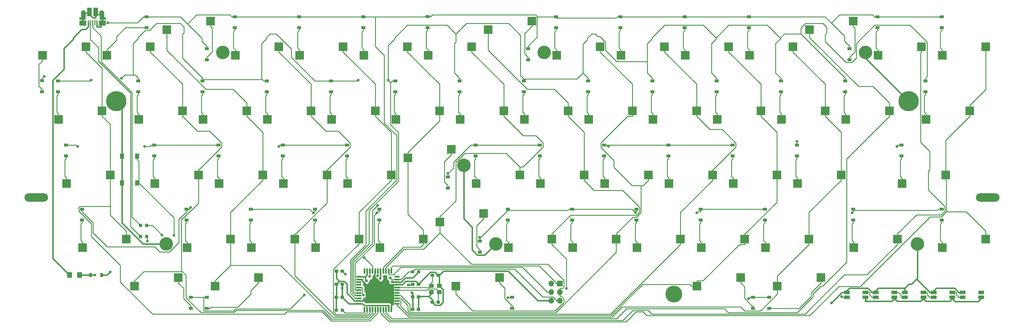
<source format=gbr>
%TF.GenerationSoftware,KiCad,Pcbnew,(5.1.9)-1*%
%TF.CreationDate,2021-04-22T03:27:36+09:00*%
%TF.ProjectId,yuiop60hh4,7975696f-7036-4306-9868-342e6b696361,4*%
%TF.SameCoordinates,Original*%
%TF.FileFunction,Copper,L2,Bot*%
%TF.FilePolarity,Positive*%
%FSLAX46Y46*%
G04 Gerber Fmt 4.6, Leading zero omitted, Abs format (unit mm)*
G04 Created by KiCad (PCBNEW (5.1.9)-1) date 2021-04-22 03:27:36*
%MOMM*%
%LPD*%
G01*
G04 APERTURE LIST*
%TA.AperFunction,SMDPad,CuDef*%
%ADD10R,1.430000X2.500000*%
%TD*%
%TA.AperFunction,ComponentPad*%
%ADD11O,1.350000X1.700000*%
%TD*%
%TA.AperFunction,ComponentPad*%
%ADD12O,1.100000X1.500000*%
%TD*%
%TA.AperFunction,SMDPad,CuDef*%
%ADD13R,0.400000X1.650000*%
%TD*%
%TA.AperFunction,SMDPad,CuDef*%
%ADD14R,2.000000X1.500000*%
%TD*%
%TA.AperFunction,SMDPad,CuDef*%
%ADD15R,1.825000X0.700000*%
%TD*%
%TA.AperFunction,SMDPad,CuDef*%
%ADD16R,1.350000X2.000000*%
%TD*%
%TA.AperFunction,SMDPad,CuDef*%
%ADD17R,2.550000X2.500000*%
%TD*%
%TA.AperFunction,SMDPad,CuDef*%
%ADD18R,0.550000X1.500000*%
%TD*%
%TA.AperFunction,SMDPad,CuDef*%
%ADD19R,1.500000X0.550000*%
%TD*%
%TA.AperFunction,SMDPad,CuDef*%
%ADD20R,1.700000X1.000000*%
%TD*%
%TA.AperFunction,ComponentPad*%
%ADD21C,4.000000*%
%TD*%
%TA.AperFunction,ComponentPad*%
%ADD22O,7.000000X2.500000*%
%TD*%
%TA.AperFunction,ComponentPad*%
%ADD23C,5.000000*%
%TD*%
%TA.AperFunction,ComponentPad*%
%ADD24C,6.000000*%
%TD*%
%TA.AperFunction,SMDPad,CuDef*%
%ADD25R,1.400000X1.200000*%
%TD*%
%TA.AperFunction,SMDPad,CuDef*%
%ADD26R,1.300000X1.550000*%
%TD*%
%TA.AperFunction,ComponentPad*%
%ADD27R,1.700000X1.700000*%
%TD*%
%TA.AperFunction,ComponentPad*%
%ADD28O,1.700000X1.700000*%
%TD*%
%TA.AperFunction,SMDPad,CuDef*%
%ADD29R,1.200000X0.900000*%
%TD*%
%TA.AperFunction,SMDPad,CuDef*%
%ADD30R,0.900000X1.200000*%
%TD*%
%TA.AperFunction,ViaPad*%
%ADD31C,0.800000*%
%TD*%
%TA.AperFunction,Conductor*%
%ADD32C,0.400000*%
%TD*%
%TA.AperFunction,Conductor*%
%ADD33C,0.250000*%
%TD*%
%TA.AperFunction,Conductor*%
%ADD34C,0.254000*%
%TD*%
%TA.AperFunction,Conductor*%
%ADD35C,0.100000*%
%TD*%
G04 APERTURE END LIST*
D10*
%TO.P,J1,6*%
%TO.N,GND*%
X89135000Y-101450000D03*
X87215000Y-101450000D03*
D11*
X90905000Y-101720000D03*
X85445000Y-101720000D03*
D12*
X90595000Y-104720000D03*
X85755000Y-104720000D03*
D13*
%TO.P,J1,5*%
X89475000Y-104600000D03*
%TO.P,J1,4*%
%TO.N,Net-(J1-Pad4)*%
X88825000Y-104600000D03*
%TO.P,J1,3*%
%TO.N,/USB_D+*%
X88175000Y-104600000D03*
%TO.P,J1,2*%
%TO.N,/USB_D-*%
X87525000Y-104600000D03*
%TO.P,J1,1*%
%TO.N,/USB_VBUS*%
X86875000Y-104600000D03*
D14*
%TO.P,J1,6*%
%TO.N,GND*%
X91075000Y-104720000D03*
X85325000Y-104700000D03*
D15*
X91175000Y-103400000D03*
X85225000Y-103400000D03*
D16*
X85445000Y-102650000D03*
X90925000Y-102650000D03*
%TD*%
D17*
%TO.P,KSW60,2*%
%TO.N,Net-(D60-Pad2)*%
X304067000Y-180330000D03*
%TO.P,KSW60,1*%
%TO.N,/COL_12*%
X291140000Y-182870000D03*
%TD*%
%TO.P,KSW59,2*%
%TO.N,Net-(D59-Pad2)*%
X280255000Y-180330000D03*
%TO.P,KSW59,1*%
%TO.N,/COL_11*%
X267328000Y-182870000D03*
%TD*%
%TO.P,KSW58,2*%
%TO.N,Net-(D58-Pad2)*%
X208817000Y-180330000D03*
%TO.P,KSW58,1*%
%TO.N,/COL_07*%
X195890000Y-182870000D03*
%TD*%
%TO.P,KSW57,2*%
%TO.N,Net-(D57-Pad2)*%
X137379000Y-180330000D03*
%TO.P,KSW57,1*%
%TO.N,/COL_03*%
X124452000Y-182870000D03*
%TD*%
%TO.P,KSW56,2*%
%TO.N,Net-(D56-Pad2)*%
X113567000Y-180330000D03*
%TO.P,KSW56,1*%
%TO.N,/COL_02*%
X100640000Y-182870000D03*
%TD*%
%TO.P,KSW55,2*%
%TO.N,Net-(D55-Pad2)*%
X340008000Y-171440000D03*
%TO.P,KSW55,1*%
%TO.N,/COL_15*%
X352935000Y-168900000D03*
%TD*%
%TO.P,KSW54,2*%
%TO.N,Net-(D54-Pad2)*%
X313814000Y-171440000D03*
%TO.P,KSW54,1*%
%TO.N,/COL_14*%
X326741000Y-168900000D03*
%TD*%
%TO.P,KSW53,2*%
%TO.N,Net-(D53-Pad2)*%
X287621000Y-171440000D03*
%TO.P,KSW53,1*%
%TO.N,/COL_12*%
X300548000Y-168900000D03*
%TD*%
%TO.P,KSW52,2*%
%TO.N,Net-(D52-Pad2)*%
X268571000Y-171440000D03*
%TO.P,KSW52,1*%
%TO.N,/COL_11*%
X281498000Y-168900000D03*
%TD*%
%TO.P,KSW51,2*%
%TO.N,Net-(D51-Pad2)*%
X249521000Y-171440000D03*
%TO.P,KSW51,1*%
%TO.N,/COL_10*%
X262448000Y-168900000D03*
%TD*%
%TO.P,KSW50,2*%
%TO.N,Net-(D50-Pad2)*%
X230471000Y-171440000D03*
%TO.P,KSW50,1*%
%TO.N,/COL_09*%
X243398000Y-168900000D03*
%TD*%
%TO.P,KSW49,2*%
%TO.N,Net-(D49-Pad2)*%
X211421000Y-171440000D03*
%TO.P,KSW49,1*%
%TO.N,/COL_08*%
X224348000Y-168900000D03*
%TD*%
%TO.P,KSW48,2*%
%TO.N,Net-(D48-Pad2)*%
X204055000Y-161280000D03*
%TO.P,KSW48,1*%
%TO.N,/COL_07*%
X191128000Y-163820000D03*
%TD*%
%TO.P,KSW47,2*%
%TO.N,Net-(D47-Pad2)*%
X173321000Y-171440000D03*
%TO.P,KSW47,1*%
%TO.N,/COL_06*%
X186248000Y-168900000D03*
%TD*%
%TO.P,KSW46,2*%
%TO.N,Net-(D46-Pad2)*%
X154271000Y-171440000D03*
%TO.P,KSW46,1*%
%TO.N,/COL_05*%
X167198000Y-168900000D03*
%TD*%
%TO.P,KSW45,2*%
%TO.N,Net-(D45-Pad2)*%
X135221000Y-171440000D03*
%TO.P,KSW45,1*%
%TO.N,/COL_04*%
X148148000Y-168900000D03*
%TD*%
%TO.P,KSW44,2*%
%TO.N,Net-(D44-Pad2)*%
X116171000Y-171440000D03*
%TO.P,KSW44,1*%
%TO.N,/COL_03*%
X129098000Y-168900000D03*
%TD*%
%TO.P,KSW43,2*%
%TO.N,Net-(D43-Pad2)*%
X85214200Y-171440000D03*
%TO.P,KSW43,1*%
%TO.N,/COL_01*%
X98141200Y-168900000D03*
%TD*%
%TO.P,KSW42,2*%
%TO.N,Net-(D42-Pad2)*%
X328102000Y-152390000D03*
%TO.P,KSW42,1*%
%TO.N,/COL_15*%
X341029000Y-149850000D03*
%TD*%
%TO.P,KSW41,2*%
%TO.N,Net-(D41-Pad2)*%
X297145000Y-152390000D03*
%TO.P,KSW41,1*%
%TO.N,/COL_12*%
X310072000Y-149850000D03*
%TD*%
%TO.P,KSW40,2*%
%TO.N,Net-(D40-Pad2)*%
X278095000Y-152390000D03*
%TO.P,KSW40,1*%
%TO.N,/COL_11*%
X291022000Y-149850000D03*
%TD*%
%TO.P,KSW39,2*%
%TO.N,Net-(D39-Pad2)*%
X259045000Y-152390000D03*
%TO.P,KSW39,1*%
%TO.N,/COL_10*%
X271972000Y-149850000D03*
%TD*%
%TO.P,KSW38,2*%
%TO.N,Net-(D38-Pad2)*%
X239995000Y-152390000D03*
%TO.P,KSW38,1*%
%TO.N,/COL_09*%
X252922000Y-149850000D03*
%TD*%
%TO.P,KSW37,2*%
%TO.N,Net-(D37-Pad2)*%
X220945000Y-152390000D03*
%TO.P,KSW37,1*%
%TO.N,/COL_08*%
X233872000Y-149850000D03*
%TD*%
%TO.P,KSW36,2*%
%TO.N,Net-(D36-Pad2)*%
X201895000Y-152390000D03*
%TO.P,KSW36,1*%
%TO.N,/COL_07*%
X214822000Y-149850000D03*
%TD*%
%TO.P,KSW35,2*%
%TO.N,Net-(D35-Pad2)*%
X194529000Y-142230000D03*
%TO.P,KSW35,1*%
%TO.N,/COL_06*%
X181602000Y-144770000D03*
%TD*%
%TO.P,KSW34,2*%
%TO.N,Net-(D34-Pad2)*%
X163795000Y-152390000D03*
%TO.P,KSW34,1*%
%TO.N,/COL_05*%
X176722000Y-149850000D03*
%TD*%
%TO.P,KSW33,2*%
%TO.N,Net-(D33-Pad2)*%
X144745000Y-152390000D03*
%TO.P,KSW33,1*%
%TO.N,/COL_04*%
X157672000Y-149850000D03*
%TD*%
%TO.P,KSW32,2*%
%TO.N,Net-(D32-Pad2)*%
X125695000Y-152390000D03*
%TO.P,KSW32,1*%
%TO.N,/COL_03*%
X138622000Y-149850000D03*
%TD*%
%TO.P,KSW31,2*%
%TO.N,Net-(D31-Pad2)*%
X106645000Y-152390000D03*
%TO.P,KSW31,1*%
%TO.N,/COL_02*%
X119572000Y-149850000D03*
%TD*%
%TO.P,KSW30,2*%
%TO.N,Net-(D30-Pad2)*%
X80451800Y-152390000D03*
%TO.P,KSW30,1*%
%TO.N,/COL_01*%
X93378800Y-149850000D03*
%TD*%
%TO.P,KSW29,2*%
%TO.N,Net-(D29-Pad2)*%
X335245000Y-133340000D03*
%TO.P,KSW29,1*%
%TO.N,/COL_15*%
X348172000Y-130800000D03*
%TD*%
%TO.P,KSW28,2*%
%TO.N,Net-(D28-Pad2)*%
X311433000Y-133340000D03*
%TO.P,KSW28,1*%
%TO.N,/COL_13*%
X324360000Y-130800000D03*
%TD*%
%TO.P,KSW27,2*%
%TO.N,Net-(D27-Pad2)*%
X292383000Y-133340000D03*
%TO.P,KSW27,1*%
%TO.N,/COL_12*%
X305310000Y-130800000D03*
%TD*%
%TO.P,KSW26,2*%
%TO.N,Net-(D26-Pad2)*%
X273333000Y-133340000D03*
%TO.P,KSW26,1*%
%TO.N,/COL_11*%
X286260000Y-130800000D03*
%TD*%
%TO.P,KSW25,2*%
%TO.N,Net-(D25-Pad2)*%
X254283000Y-133340000D03*
%TO.P,KSW25,1*%
%TO.N,/COL_10*%
X267210000Y-130800000D03*
%TD*%
%TO.P,KSW24,2*%
%TO.N,Net-(D24-Pad2)*%
X235233000Y-133340000D03*
%TO.P,KSW24,1*%
%TO.N,/COL_09*%
X248160000Y-130800000D03*
%TD*%
%TO.P,KSW23,2*%
%TO.N,Net-(D23-Pad2)*%
X216183000Y-133340000D03*
%TO.P,KSW23,1*%
%TO.N,/COL_08*%
X229110000Y-130800000D03*
%TD*%
%TO.P,KSW22,2*%
%TO.N,Net-(D22-Pad2)*%
X197133000Y-133340000D03*
%TO.P,KSW22,1*%
%TO.N,/COL_07*%
X210060000Y-130800000D03*
%TD*%
%TO.P,KSW21,2*%
%TO.N,Net-(D21-Pad2)*%
X178083000Y-133340000D03*
%TO.P,KSW21,1*%
%TO.N,/COL_06*%
X191010000Y-130800000D03*
%TD*%
%TO.P,KSW20,2*%
%TO.N,Net-(D20-Pad2)*%
X159033000Y-133340000D03*
%TO.P,KSW20,1*%
%TO.N,/COL_05*%
X171960000Y-130800000D03*
%TD*%
%TO.P,KSW19,2*%
%TO.N,Net-(D19-Pad2)*%
X139983000Y-133340000D03*
%TO.P,KSW19,1*%
%TO.N,/COL_04*%
X152910000Y-130800000D03*
%TD*%
%TO.P,KSW18,2*%
%TO.N,Net-(D18-Pad2)*%
X120933000Y-133340000D03*
%TO.P,KSW18,1*%
%TO.N,/COL_03*%
X133860000Y-130800000D03*
%TD*%
%TO.P,KSW17,2*%
%TO.N,Net-(D17-Pad2)*%
X101883000Y-133340000D03*
%TO.P,KSW17,1*%
%TO.N,/COL_02*%
X114810000Y-130800000D03*
%TD*%
%TO.P,KSW16,2*%
%TO.N,Net-(D16-Pad2)*%
X78070500Y-133340000D03*
%TO.P,KSW16,1*%
%TO.N,/COL_01*%
X90997500Y-130800000D03*
%TD*%
%TO.P,KSW15,2*%
%TO.N,Net-(D15-Pad2)*%
X340008000Y-114290000D03*
%TO.P,KSW15,1*%
%TO.N,/COL_15*%
X352935000Y-111750000D03*
%TD*%
%TO.P,KSW14,2*%
%TO.N,Net-(D14-Pad2)*%
X320958000Y-114290000D03*
%TO.P,KSW14,1*%
%TO.N,/COL_14*%
X333885000Y-111750000D03*
%TD*%
%TO.P,KSW13,2*%
%TO.N,Net-(D13-Pad2)*%
X313592000Y-104130000D03*
%TO.P,KSW13,1*%
%TO.N,/COL_13*%
X300665000Y-106670000D03*
%TD*%
%TO.P,KSW12,2*%
%TO.N,Net-(D12-Pad2)*%
X282858000Y-114290000D03*
%TO.P,KSW12,1*%
%TO.N,/COL_12*%
X295785000Y-111750000D03*
%TD*%
%TO.P,KSW11,2*%
%TO.N,Net-(D11-Pad2)*%
X263808000Y-114290000D03*
%TO.P,KSW11,1*%
%TO.N,/COL_11*%
X276735000Y-111750000D03*
%TD*%
%TO.P,KSW10,2*%
%TO.N,Net-(D10-Pad2)*%
X244758000Y-114290000D03*
%TO.P,KSW10,1*%
%TO.N,/COL_10*%
X257685000Y-111750000D03*
%TD*%
%TO.P,KSW9,2*%
%TO.N,Net-(D9-Pad2)*%
X225708000Y-114290000D03*
%TO.P,KSW9,1*%
%TO.N,/COL_09*%
X238635000Y-111750000D03*
%TD*%
%TO.P,KSW8,2*%
%TO.N,Net-(D8-Pad2)*%
X218342000Y-104130000D03*
%TO.P,KSW8,1*%
%TO.N,/COL_08*%
X205415000Y-106670000D03*
%TD*%
%TO.P,KSW7,2*%
%TO.N,Net-(D7-Pad2)*%
X187608000Y-114290000D03*
%TO.P,KSW7,1*%
%TO.N,/COL_07*%
X200535000Y-111750000D03*
%TD*%
%TO.P,KSW6,2*%
%TO.N,Net-(D6-Pad2)*%
X168558000Y-114290000D03*
%TO.P,KSW6,1*%
%TO.N,/COL_06*%
X181485000Y-111750000D03*
%TD*%
%TO.P,KSW5,2*%
%TO.N,Net-(D5-Pad2)*%
X149508000Y-114290000D03*
%TO.P,KSW5,1*%
%TO.N,/COL_05*%
X162435000Y-111750000D03*
%TD*%
%TO.P,KSW4,2*%
%TO.N,Net-(D4-Pad2)*%
X130458000Y-114290000D03*
%TO.P,KSW4,1*%
%TO.N,/COL_04*%
X143385000Y-111750000D03*
%TD*%
%TO.P,KSW3,2*%
%TO.N,Net-(D3-Pad2)*%
X123092000Y-104130000D03*
%TO.P,KSW3,1*%
%TO.N,/COL_03*%
X110165000Y-106670000D03*
%TD*%
%TO.P,KSW2,2*%
%TO.N,Net-(D2-Pad2)*%
X92358000Y-114290000D03*
%TO.P,KSW2,1*%
%TO.N,/COL_02*%
X105285000Y-111750000D03*
%TD*%
%TO.P,KSW1,2*%
%TO.N,Net-(D1-Pad2)*%
X73308000Y-114290000D03*
%TO.P,KSW1,1*%
%TO.N,/COL_01*%
X86235000Y-111750000D03*
%TD*%
D18*
%TO.P,U1,1*%
%TO.N,/Controller/P01_E6*%
X168743000Y-178374000D03*
%TO.P,U1,2*%
%TO.N,VCC*%
X169543000Y-178374000D03*
%TO.P,U1,3*%
%TO.N,/Controller/D-*%
X170343000Y-178374000D03*
%TO.P,U1,4*%
%TO.N,/Controller/D+*%
X171143000Y-178374000D03*
%TO.P,U1,5*%
%TO.N,GND*%
X171943000Y-178374000D03*
%TO.P,U1,6*%
%TO.N,Net-(C8-Pad2)*%
X172743000Y-178374000D03*
%TO.P,U1,7*%
%TO.N,/Controller/V_USB*%
X173543000Y-178374000D03*
%TO.P,U1,8*%
%TO.N,/COL_06*%
X174343000Y-178374000D03*
%TO.P,U1,9*%
%TO.N,/COL_07*%
X175143000Y-178374000D03*
%TO.P,U1,10*%
%TO.N,/COL_08*%
X175943000Y-178374000D03*
%TO.P,U1,11*%
%TO.N,/LED_DATA*%
X176743000Y-178374000D03*
D19*
%TO.P,U1,12*%
%TO.N,/Controller/P12_B7*%
X178443000Y-180074000D03*
%TO.P,U1,13*%
%TO.N,/RESET*%
X178443000Y-180874000D03*
%TO.P,U1,14*%
%TO.N,VCC*%
X178443000Y-181674000D03*
%TO.P,U1,15*%
%TO.N,GND*%
X178443000Y-182474000D03*
%TO.P,U1,16*%
%TO.N,/Controller/XTAL2*%
X178443000Y-183274000D03*
%TO.P,U1,17*%
%TO.N,/Controller/XTAL1*%
X178443000Y-184074000D03*
%TO.P,U1,18*%
%TO.N,/Controller/P18_D0*%
X178443000Y-184874000D03*
%TO.P,U1,19*%
%TO.N,/COL_09*%
X178443000Y-185674000D03*
%TO.P,U1,20*%
%TO.N,/COL_10*%
X178443000Y-186474000D03*
%TO.P,U1,21*%
%TO.N,/COL_11*%
X178443000Y-187274000D03*
%TO.P,U1,22*%
%TO.N,/COL_12*%
X178443000Y-188074000D03*
D18*
%TO.P,U1,23*%
%TO.N,GND*%
X176743000Y-189774000D03*
%TO.P,U1,24*%
%TO.N,VCC*%
X175943000Y-189774000D03*
%TO.P,U1,25*%
%TO.N,/COL_13*%
X175143000Y-189774000D03*
%TO.P,U1,26*%
%TO.N,/COL_14*%
X174343000Y-189774000D03*
%TO.P,U1,27*%
%TO.N,/COL_15*%
X173543000Y-189774000D03*
%TO.P,U1,28*%
%TO.N,/COL_01*%
X172743000Y-189774000D03*
%TO.P,U1,29*%
%TO.N,/COL_02*%
X171943000Y-189774000D03*
%TO.P,U1,30*%
%TO.N,/COL_03*%
X171143000Y-189774000D03*
%TO.P,U1,31*%
%TO.N,/COL_04*%
X170343000Y-189774000D03*
%TO.P,U1,32*%
%TO.N,/COL_05*%
X169543000Y-189774000D03*
%TO.P,U1,33*%
%TO.N,Net-(R2-Pad2)*%
X168743000Y-189774000D03*
D19*
%TO.P,U1,34*%
%TO.N,VCC*%
X167043000Y-188074000D03*
%TO.P,U1,35*%
%TO.N,GND*%
X167043000Y-187274000D03*
%TO.P,U1,36*%
%TO.N,/ROW_1*%
X167043000Y-186474000D03*
%TO.P,U1,37*%
%TO.N,/ROW_2*%
X167043000Y-185674000D03*
%TO.P,U1,38*%
%TO.N,/ROW_3*%
X167043000Y-184874000D03*
%TO.P,U1,39*%
%TO.N,/ROW_4*%
X167043000Y-184074000D03*
%TO.P,U1,40*%
%TO.N,/ROW_5*%
X167043000Y-183274000D03*
%TO.P,U1,41*%
%TO.N,/Controller/P41_F0*%
X167043000Y-182474000D03*
%TO.P,U1,42*%
%TO.N,Net-(U1-Pad42)*%
X167043000Y-181674000D03*
%TO.P,U1,43*%
%TO.N,GND*%
X167043000Y-180874000D03*
%TO.P,U1,44*%
%TO.N,VCC*%
X167043000Y-180074000D03*
%TD*%
D20*
%TO.P,LED5,1*%
%TO.N,VCC*%
X351559000Y-186141000D03*
%TO.P,LED5,2*%
%TO.N,/LED Array/DOUT*%
X351559000Y-184741000D03*
%TO.P,LED5,4*%
%TO.N,Net-(LED4-Pad2)*%
X346059000Y-186141000D03*
%TO.P,LED5,3*%
%TO.N,GND*%
X346059000Y-184741000D03*
%TD*%
%TO.P,LED4,1*%
%TO.N,VCC*%
X342993000Y-186141000D03*
%TO.P,LED4,2*%
%TO.N,Net-(LED4-Pad2)*%
X342993000Y-184741000D03*
%TO.P,LED4,4*%
%TO.N,Net-(LED3-Pad2)*%
X337493000Y-186141000D03*
%TO.P,LED4,3*%
%TO.N,GND*%
X337493000Y-184741000D03*
%TD*%
%TO.P,LED3,1*%
%TO.N,VCC*%
X334427000Y-186141000D03*
%TO.P,LED3,2*%
%TO.N,Net-(LED3-Pad2)*%
X334427000Y-184741000D03*
%TO.P,LED3,4*%
%TO.N,Net-(LED2-Pad2)*%
X328927000Y-186141000D03*
%TO.P,LED3,3*%
%TO.N,GND*%
X328927000Y-184741000D03*
%TD*%
%TO.P,LED2,1*%
%TO.N,VCC*%
X325861000Y-186141000D03*
%TO.P,LED2,2*%
%TO.N,Net-(LED2-Pad2)*%
X325861000Y-184741000D03*
%TO.P,LED2,4*%
%TO.N,Net-(LED1-Pad2)*%
X320361000Y-186141000D03*
%TO.P,LED2,3*%
%TO.N,GND*%
X320361000Y-184741000D03*
%TD*%
%TO.P,LED1,1*%
%TO.N,VCC*%
X317294000Y-186141000D03*
%TO.P,LED1,2*%
%TO.N,Net-(LED1-Pad2)*%
X317294000Y-184741000D03*
%TO.P,LED1,4*%
%TO.N,/LED_DATA*%
X311794000Y-186141000D03*
%TO.P,LED1,3*%
%TO.N,GND*%
X311794000Y-184741000D03*
%TD*%
%TO.P,C5,2*%
%TO.N,GND*%
%TA.AperFunction,SMDPad,CuDef*%
G36*
G01*
X184250000Y-182575500D02*
X184250000Y-182100500D01*
G75*
G02*
X184487500Y-181863000I237500J0D01*
G01*
X185087500Y-181863000D01*
G75*
G02*
X185325000Y-182100500I0J-237500D01*
G01*
X185325000Y-182575500D01*
G75*
G02*
X185087500Y-182813000I-237500J0D01*
G01*
X184487500Y-182813000D01*
G75*
G02*
X184250000Y-182575500I0J237500D01*
G01*
G37*
%TD.AperFunction*%
%TO.P,C5,1*%
%TO.N,VCC*%
%TA.AperFunction,SMDPad,CuDef*%
G36*
G01*
X182525000Y-182575500D02*
X182525000Y-182100500D01*
G75*
G02*
X182762500Y-181863000I237500J0D01*
G01*
X183362500Y-181863000D01*
G75*
G02*
X183600000Y-182100500I0J-237500D01*
G01*
X183600000Y-182575500D01*
G75*
G02*
X183362500Y-182813000I-237500J0D01*
G01*
X182762500Y-182813000D01*
G75*
G02*
X182525000Y-182575500I0J237500D01*
G01*
G37*
%TD.AperFunction*%
%TD*%
D21*
%TO.P,HOLE12,*%
%TO.N,GND*%
X207738000Y-170300000D03*
%TD*%
%TO.P,HOLE11,*%
%TO.N,GND*%
X222025000Y-113400000D03*
%TD*%
%TO.P,HOLE10,*%
%TO.N,GND*%
X332650000Y-170300000D03*
%TD*%
%TO.P,HOLE9,*%
%TO.N,GND*%
X317275000Y-113400000D03*
%TD*%
%TO.P,HOLE8,*%
%TO.N,GND*%
X110000000Y-170300000D03*
%TD*%
%TO.P,HOLE7,*%
%TO.N,GND*%
X126775000Y-113400000D03*
%TD*%
D22*
%TO.P,HOLE6,*%
%TO.N,*%
X353540000Y-156500000D03*
%TD*%
%TO.P,HOLE5,*%
%TO.N,*%
X71460000Y-156500000D03*
%TD*%
D23*
%TO.P,HOLE4,*%
%TO.N,GND*%
X260500000Y-185200000D03*
%TD*%
D21*
%TO.P,HOLE3,*%
%TO.N,GND*%
X198200000Y-147000000D03*
%TD*%
D24*
%TO.P,HOLE2,*%
%TO.N,GND*%
X330050000Y-127910000D03*
%TD*%
%TO.P,HOLE1,*%
%TO.N,GND*%
X95200000Y-127900000D03*
%TD*%
%TO.P,R2,2*%
%TO.N,Net-(R2-Pad2)*%
%TA.AperFunction,SMDPad,CuDef*%
G36*
G01*
X161738000Y-190280500D02*
X161738000Y-189805500D01*
G75*
G02*
X161975500Y-189568000I237500J0D01*
G01*
X162475500Y-189568000D01*
G75*
G02*
X162713000Y-189805500I0J-237500D01*
G01*
X162713000Y-190280500D01*
G75*
G02*
X162475500Y-190518000I-237500J0D01*
G01*
X161975500Y-190518000D01*
G75*
G02*
X161738000Y-190280500I0J237500D01*
G01*
G37*
%TD.AperFunction*%
%TO.P,R2,1*%
%TO.N,GND*%
%TA.AperFunction,SMDPad,CuDef*%
G36*
G01*
X159913000Y-190280500D02*
X159913000Y-189805500D01*
G75*
G02*
X160150500Y-189568000I237500J0D01*
G01*
X160650500Y-189568000D01*
G75*
G02*
X160888000Y-189805500I0J-237500D01*
G01*
X160888000Y-190280500D01*
G75*
G02*
X160650500Y-190518000I-237500J0D01*
G01*
X160150500Y-190518000D01*
G75*
G02*
X159913000Y-190280500I0J237500D01*
G01*
G37*
%TD.AperFunction*%
%TD*%
D25*
%TO.P,X1,4*%
%TO.N,GND*%
X188561000Y-184643000D03*
%TO.P,X1,3*%
%TO.N,/Controller/XTAL1*%
X190961000Y-184643000D03*
%TO.P,X1,2*%
%TO.N,GND*%
X190961000Y-182743000D03*
%TO.P,X1,1*%
%TO.N,/Controller/XTAL2*%
X188561000Y-182743000D03*
%TD*%
%TO.P,C8,2*%
%TO.N,Net-(C8-Pad2)*%
%TA.AperFunction,SMDPad,CuDef*%
G36*
G01*
X161644000Y-178662500D02*
X161644000Y-178187500D01*
G75*
G02*
X161881500Y-177950000I237500J0D01*
G01*
X162481500Y-177950000D01*
G75*
G02*
X162719000Y-178187500I0J-237500D01*
G01*
X162719000Y-178662500D01*
G75*
G02*
X162481500Y-178900000I-237500J0D01*
G01*
X161881500Y-178900000D01*
G75*
G02*
X161644000Y-178662500I0J237500D01*
G01*
G37*
%TD.AperFunction*%
%TO.P,C8,1*%
%TO.N,GND*%
%TA.AperFunction,SMDPad,CuDef*%
G36*
G01*
X159919000Y-178662500D02*
X159919000Y-178187500D01*
G75*
G02*
X160156500Y-177950000I237500J0D01*
G01*
X160756500Y-177950000D01*
G75*
G02*
X160994000Y-178187500I0J-237500D01*
G01*
X160994000Y-178662500D01*
G75*
G02*
X160756500Y-178900000I-237500J0D01*
G01*
X160156500Y-178900000D01*
G75*
G02*
X159919000Y-178662500I0J237500D01*
G01*
G37*
%TD.AperFunction*%
%TD*%
%TO.P,C7,2*%
%TO.N,GND*%
%TA.AperFunction,SMDPad,CuDef*%
G36*
G01*
X160988000Y-182060500D02*
X160988000Y-182535500D01*
G75*
G02*
X160750500Y-182773000I-237500J0D01*
G01*
X160150500Y-182773000D01*
G75*
G02*
X159913000Y-182535500I0J237500D01*
G01*
X159913000Y-182060500D01*
G75*
G02*
X160150500Y-181823000I237500J0D01*
G01*
X160750500Y-181823000D01*
G75*
G02*
X160988000Y-182060500I0J-237500D01*
G01*
G37*
%TD.AperFunction*%
%TO.P,C7,1*%
%TO.N,VCC*%
%TA.AperFunction,SMDPad,CuDef*%
G36*
G01*
X162713000Y-182060500D02*
X162713000Y-182535500D01*
G75*
G02*
X162475500Y-182773000I-237500J0D01*
G01*
X161875500Y-182773000D01*
G75*
G02*
X161638000Y-182535500I0J237500D01*
G01*
X161638000Y-182060500D01*
G75*
G02*
X161875500Y-181823000I237500J0D01*
G01*
X162475500Y-181823000D01*
G75*
G02*
X162713000Y-182060500I0J-237500D01*
G01*
G37*
%TD.AperFunction*%
%TD*%
%TO.P,C2,2*%
%TO.N,GND*%
%TA.AperFunction,SMDPad,CuDef*%
G36*
G01*
X189436000Y-187392500D02*
X189436000Y-187867500D01*
G75*
G02*
X189198500Y-188105000I-237500J0D01*
G01*
X188598500Y-188105000D01*
G75*
G02*
X188361000Y-187867500I0J237500D01*
G01*
X188361000Y-187392500D01*
G75*
G02*
X188598500Y-187155000I237500J0D01*
G01*
X189198500Y-187155000D01*
G75*
G02*
X189436000Y-187392500I0J-237500D01*
G01*
G37*
%TD.AperFunction*%
%TO.P,C2,1*%
%TO.N,/Controller/XTAL1*%
%TA.AperFunction,SMDPad,CuDef*%
G36*
G01*
X191161000Y-187392500D02*
X191161000Y-187867500D01*
G75*
G02*
X190923500Y-188105000I-237500J0D01*
G01*
X190323500Y-188105000D01*
G75*
G02*
X190086000Y-187867500I0J237500D01*
G01*
X190086000Y-187392500D01*
G75*
G02*
X190323500Y-187155000I237500J0D01*
G01*
X190923500Y-187155000D01*
G75*
G02*
X191161000Y-187392500I0J-237500D01*
G01*
G37*
%TD.AperFunction*%
%TD*%
%TO.P,C1,1*%
%TO.N,/Controller/XTAL2*%
%TA.AperFunction,SMDPad,CuDef*%
G36*
G01*
X188361000Y-179866500D02*
X188361000Y-179391500D01*
G75*
G02*
X188598500Y-179154000I237500J0D01*
G01*
X189198500Y-179154000D01*
G75*
G02*
X189436000Y-179391500I0J-237500D01*
G01*
X189436000Y-179866500D01*
G75*
G02*
X189198500Y-180104000I-237500J0D01*
G01*
X188598500Y-180104000D01*
G75*
G02*
X188361000Y-179866500I0J237500D01*
G01*
G37*
%TD.AperFunction*%
%TO.P,C1,2*%
%TO.N,GND*%
%TA.AperFunction,SMDPad,CuDef*%
G36*
G01*
X190086000Y-179866500D02*
X190086000Y-179391500D01*
G75*
G02*
X190323500Y-179154000I237500J0D01*
G01*
X190923500Y-179154000D01*
G75*
G02*
X191161000Y-179391500I0J-237500D01*
G01*
X191161000Y-179866500D01*
G75*
G02*
X190923500Y-180104000I-237500J0D01*
G01*
X190323500Y-180104000D01*
G75*
G02*
X190086000Y-179866500I0J237500D01*
G01*
G37*
%TD.AperFunction*%
%TD*%
D26*
%TO.P,RSW1,2*%
%TO.N,GND*%
X96900000Y-152175000D03*
%TO.P,RSW1,1*%
%TO.N,/RESET*%
X101400000Y-152175000D03*
X101400000Y-144225000D03*
%TO.P,RSW1,2*%
%TO.N,GND*%
X96900000Y-144225000D03*
%TD*%
%TO.P,R4,1*%
%TO.N,/Controller/D-*%
%TA.AperFunction,SMDPad,CuDef*%
G36*
G01*
X104680000Y-167900500D02*
X104680000Y-168375500D01*
G75*
G02*
X104442500Y-168613000I-237500J0D01*
G01*
X103942500Y-168613000D01*
G75*
G02*
X103705000Y-168375500I0J237500D01*
G01*
X103705000Y-167900500D01*
G75*
G02*
X103942500Y-167663000I237500J0D01*
G01*
X104442500Y-167663000D01*
G75*
G02*
X104680000Y-167900500I0J-237500D01*
G01*
G37*
%TD.AperFunction*%
%TO.P,R4,2*%
%TO.N,/USB_D-*%
%TA.AperFunction,SMDPad,CuDef*%
G36*
G01*
X102855000Y-167900500D02*
X102855000Y-168375500D01*
G75*
G02*
X102617500Y-168613000I-237500J0D01*
G01*
X102117500Y-168613000D01*
G75*
G02*
X101880000Y-168375500I0J237500D01*
G01*
X101880000Y-167900500D01*
G75*
G02*
X102117500Y-167663000I237500J0D01*
G01*
X102617500Y-167663000D01*
G75*
G02*
X102855000Y-167900500I0J-237500D01*
G01*
G37*
%TD.AperFunction*%
%TD*%
%TO.P,R3,1*%
%TO.N,/Controller/D+*%
%TA.AperFunction,SMDPad,CuDef*%
G36*
G01*
X104680000Y-164598500D02*
X104680000Y-165073500D01*
G75*
G02*
X104442500Y-165311000I-237500J0D01*
G01*
X103942500Y-165311000D01*
G75*
G02*
X103705000Y-165073500I0J237500D01*
G01*
X103705000Y-164598500D01*
G75*
G02*
X103942500Y-164361000I237500J0D01*
G01*
X104442500Y-164361000D01*
G75*
G02*
X104680000Y-164598500I0J-237500D01*
G01*
G37*
%TD.AperFunction*%
%TO.P,R3,2*%
%TO.N,/USB_D+*%
%TA.AperFunction,SMDPad,CuDef*%
G36*
G01*
X102855000Y-164598500D02*
X102855000Y-165073500D01*
G75*
G02*
X102617500Y-165311000I-237500J0D01*
G01*
X102117500Y-165311000D01*
G75*
G02*
X101880000Y-165073500I0J237500D01*
G01*
X101880000Y-164598500D01*
G75*
G02*
X102117500Y-164361000I237500J0D01*
G01*
X102617500Y-164361000D01*
G75*
G02*
X102855000Y-164598500I0J-237500D01*
G01*
G37*
%TD.AperFunction*%
%TD*%
%TO.P,R1,2*%
%TO.N,/RESET*%
%TA.AperFunction,SMDPad,CuDef*%
G36*
G01*
X183494000Y-178375500D02*
X183494000Y-178850500D01*
G75*
G02*
X183256500Y-179088000I-237500J0D01*
G01*
X182756500Y-179088000D01*
G75*
G02*
X182519000Y-178850500I0J237500D01*
G01*
X182519000Y-178375500D01*
G75*
G02*
X182756500Y-178138000I237500J0D01*
G01*
X183256500Y-178138000D01*
G75*
G02*
X183494000Y-178375500I0J-237500D01*
G01*
G37*
%TD.AperFunction*%
%TO.P,R1,1*%
%TO.N,VCC*%
%TA.AperFunction,SMDPad,CuDef*%
G36*
G01*
X185319000Y-178375500D02*
X185319000Y-178850500D01*
G75*
G02*
X185081500Y-179088000I-237500J0D01*
G01*
X184581500Y-179088000D01*
G75*
G02*
X184344000Y-178850500I0J237500D01*
G01*
X184344000Y-178375500D01*
G75*
G02*
X184581500Y-178138000I237500J0D01*
G01*
X185081500Y-178138000D01*
G75*
G02*
X185319000Y-178375500I0J-237500D01*
G01*
G37*
%TD.AperFunction*%
%TD*%
D27*
%TO.P,J2,1*%
%TO.N,/LED_DATA*%
X226701000Y-182140000D03*
D28*
%TO.P,J2,2*%
%TO.N,VCC*%
X224161000Y-182140000D03*
%TO.P,J2,3*%
%TO.N,/COL_07*%
X226701000Y-184680000D03*
%TO.P,J2,4*%
%TO.N,/COL_08*%
X224161000Y-184680000D03*
%TO.P,J2,5*%
%TO.N,/RESET*%
X226701000Y-187220000D03*
%TO.P,J2,6*%
%TO.N,GND*%
X224161000Y-187220000D03*
%TD*%
%TO.P,F1,1*%
%TO.N,/Controller/V_USB*%
%TA.AperFunction,SMDPad,CuDef*%
G36*
G01*
X85033000Y-178943000D02*
X85033000Y-180193000D01*
G75*
G02*
X84783000Y-180443000I-250000J0D01*
G01*
X83858000Y-180443000D01*
G75*
G02*
X83608000Y-180193000I0J250000D01*
G01*
X83608000Y-178943000D01*
G75*
G02*
X83858000Y-178693000I250000J0D01*
G01*
X84783000Y-178693000D01*
G75*
G02*
X85033000Y-178943000I0J-250000D01*
G01*
G37*
%TD.AperFunction*%
%TO.P,F1,2*%
%TO.N,/USB_VBUS*%
%TA.AperFunction,SMDPad,CuDef*%
G36*
G01*
X82058000Y-178943000D02*
X82058000Y-180193000D01*
G75*
G02*
X81808000Y-180443000I-250000J0D01*
G01*
X80883000Y-180443000D01*
G75*
G02*
X80633000Y-180193000I0J250000D01*
G01*
X80633000Y-178943000D01*
G75*
G02*
X80883000Y-178693000I250000J0D01*
G01*
X81808000Y-178693000D01*
G75*
G02*
X82058000Y-178943000I0J-250000D01*
G01*
G37*
%TD.AperFunction*%
%TD*%
D29*
%TO.P,D60,2*%
%TO.N,Net-(D60-Pad2)*%
X288700000Y-189441000D03*
%TO.P,D60,1*%
%TO.N,/ROW_5*%
X288700000Y-186141000D03*
%TD*%
%TO.P,D59,2*%
%TO.N,Net-(D59-Pad2)*%
X283938000Y-189441000D03*
%TO.P,D59,1*%
%TO.N,/ROW_5*%
X283938000Y-186141000D03*
%TD*%
%TO.P,D58,2*%
%TO.N,Net-(D58-Pad2)*%
X212500000Y-189441000D03*
%TO.P,D58,1*%
%TO.N,/ROW_5*%
X212500000Y-186141000D03*
%TD*%
%TO.P,D57,2*%
%TO.N,Net-(D57-Pad2)*%
X122012000Y-189441000D03*
%TO.P,D57,1*%
%TO.N,/ROW_5*%
X122012000Y-186141000D03*
%TD*%
%TO.P,D56,2*%
%TO.N,Net-(D56-Pad2)*%
X117250000Y-189441000D03*
%TO.P,D56,1*%
%TO.N,/ROW_5*%
X117250000Y-186141000D03*
%TD*%
%TO.P,D55,2*%
%TO.N,Net-(D55-Pad2)*%
X339850000Y-163260000D03*
%TO.P,D55,1*%
%TO.N,/ROW_4*%
X339850000Y-159960000D03*
%TD*%
%TO.P,D54,2*%
%TO.N,Net-(D54-Pad2)*%
X313656000Y-163260000D03*
%TO.P,D54,1*%
%TO.N,/ROW_4*%
X313656000Y-159960000D03*
%TD*%
%TO.P,D53,2*%
%TO.N,Net-(D53-Pad2)*%
X287463000Y-163260000D03*
%TO.P,D53,1*%
%TO.N,/ROW_4*%
X287463000Y-159960000D03*
%TD*%
%TO.P,D52,2*%
%TO.N,Net-(D52-Pad2)*%
X268413000Y-163260000D03*
%TO.P,D52,1*%
%TO.N,/ROW_4*%
X268413000Y-159960000D03*
%TD*%
%TO.P,D51,2*%
%TO.N,Net-(D51-Pad2)*%
X249363000Y-163260000D03*
%TO.P,D51,1*%
%TO.N,/ROW_4*%
X249363000Y-159960000D03*
%TD*%
%TO.P,D50,2*%
%TO.N,Net-(D50-Pad2)*%
X230313000Y-163260000D03*
%TO.P,D50,1*%
%TO.N,/ROW_4*%
X230313000Y-159960000D03*
%TD*%
%TO.P,D49,2*%
%TO.N,Net-(D49-Pad2)*%
X211263000Y-163260000D03*
%TO.P,D49,1*%
%TO.N,/ROW_4*%
X211263000Y-159960000D03*
%TD*%
%TO.P,D48,2*%
%TO.N,Net-(D48-Pad2)*%
X202975000Y-172773000D03*
%TO.P,D48,1*%
%TO.N,/ROW_4*%
X202975000Y-169473000D03*
%TD*%
%TO.P,D47,2*%
%TO.N,Net-(D47-Pad2)*%
X173163000Y-163260000D03*
%TO.P,D47,1*%
%TO.N,/ROW_4*%
X173163000Y-159960000D03*
%TD*%
%TO.P,D46,2*%
%TO.N,Net-(D46-Pad2)*%
X154113000Y-163260000D03*
%TO.P,D46,1*%
%TO.N,/ROW_4*%
X154113000Y-159960000D03*
%TD*%
%TO.P,D45,2*%
%TO.N,Net-(D45-Pad2)*%
X135063000Y-163260000D03*
%TO.P,D45,1*%
%TO.N,/ROW_4*%
X135063000Y-159960000D03*
%TD*%
%TO.P,D44,2*%
%TO.N,Net-(D44-Pad2)*%
X116013000Y-163260000D03*
%TO.P,D44,1*%
%TO.N,/ROW_4*%
X116013000Y-159960000D03*
%TD*%
%TO.P,D43,2*%
%TO.N,Net-(D43-Pad2)*%
X85056200Y-163260000D03*
%TO.P,D43,1*%
%TO.N,/ROW_4*%
X85056200Y-159960000D03*
%TD*%
%TO.P,D42,2*%
%TO.N,Net-(D42-Pad2)*%
X327944000Y-144210000D03*
%TO.P,D42,1*%
%TO.N,/ROW_3*%
X327944000Y-140910000D03*
%TD*%
%TO.P,D41,2*%
%TO.N,Net-(D41-Pad2)*%
X296987000Y-144210000D03*
%TO.P,D41,1*%
%TO.N,/ROW_3*%
X296987000Y-140910000D03*
%TD*%
%TO.P,D40,2*%
%TO.N,Net-(D40-Pad2)*%
X277937000Y-144210000D03*
%TO.P,D40,1*%
%TO.N,/ROW_3*%
X277937000Y-140910000D03*
%TD*%
%TO.P,D39,2*%
%TO.N,Net-(D39-Pad2)*%
X258887000Y-144210000D03*
%TO.P,D39,1*%
%TO.N,/ROW_3*%
X258887000Y-140910000D03*
%TD*%
%TO.P,D38,2*%
%TO.N,Net-(D38-Pad2)*%
X239837000Y-144210000D03*
%TO.P,D38,1*%
%TO.N,/ROW_3*%
X239837000Y-140910000D03*
%TD*%
%TO.P,D37,2*%
%TO.N,Net-(D37-Pad2)*%
X220787000Y-144210000D03*
%TO.P,D37,1*%
%TO.N,/ROW_3*%
X220787000Y-140910000D03*
%TD*%
%TO.P,D36,2*%
%TO.N,Net-(D36-Pad2)*%
X201737000Y-144210000D03*
%TO.P,D36,1*%
%TO.N,/ROW_3*%
X201737000Y-140910000D03*
%TD*%
%TO.P,D35,2*%
%TO.N,Net-(D35-Pad2)*%
X193450000Y-153723000D03*
%TO.P,D35,1*%
%TO.N,/ROW_3*%
X193450000Y-150423000D03*
%TD*%
%TO.P,D34,2*%
%TO.N,Net-(D34-Pad2)*%
X163637000Y-144210000D03*
%TO.P,D34,1*%
%TO.N,/ROW_3*%
X163637000Y-140910000D03*
%TD*%
%TO.P,D33,2*%
%TO.N,Net-(D33-Pad2)*%
X144587000Y-144210000D03*
%TO.P,D33,1*%
%TO.N,/ROW_3*%
X144587000Y-140910000D03*
%TD*%
%TO.P,D32,2*%
%TO.N,Net-(D32-Pad2)*%
X125537000Y-144210000D03*
%TO.P,D32,1*%
%TO.N,/ROW_3*%
X125537000Y-140910000D03*
%TD*%
%TO.P,D31,2*%
%TO.N,Net-(D31-Pad2)*%
X106487000Y-144210000D03*
%TO.P,D31,1*%
%TO.N,/ROW_3*%
X106487000Y-140910000D03*
%TD*%
%TO.P,D30,2*%
%TO.N,Net-(D30-Pad2)*%
X80293800Y-144210000D03*
%TO.P,D30,1*%
%TO.N,/ROW_3*%
X80293800Y-140910000D03*
%TD*%
%TO.P,D29,2*%
%TO.N,Net-(D29-Pad2)*%
X335087000Y-125160000D03*
%TO.P,D29,1*%
%TO.N,/ROW_2*%
X335087000Y-121860000D03*
%TD*%
%TO.P,D28,2*%
%TO.N,Net-(D28-Pad2)*%
X311275000Y-125160000D03*
%TO.P,D28,1*%
%TO.N,/ROW_2*%
X311275000Y-121860000D03*
%TD*%
%TO.P,D27,2*%
%TO.N,Net-(D27-Pad2)*%
X292225000Y-125160000D03*
%TO.P,D27,1*%
%TO.N,/ROW_2*%
X292225000Y-121860000D03*
%TD*%
%TO.P,D26,2*%
%TO.N,Net-(D26-Pad2)*%
X273175000Y-125160000D03*
%TO.P,D26,1*%
%TO.N,/ROW_2*%
X273175000Y-121860000D03*
%TD*%
%TO.P,D25,2*%
%TO.N,Net-(D25-Pad2)*%
X254125000Y-125160000D03*
%TO.P,D25,1*%
%TO.N,/ROW_2*%
X254125000Y-121860000D03*
%TD*%
%TO.P,D24,2*%
%TO.N,Net-(D24-Pad2)*%
X235075000Y-125160000D03*
%TO.P,D24,1*%
%TO.N,/ROW_2*%
X235075000Y-121860000D03*
%TD*%
%TO.P,D23,2*%
%TO.N,Net-(D23-Pad2)*%
X216025000Y-125160000D03*
%TO.P,D23,1*%
%TO.N,/ROW_2*%
X216025000Y-121860000D03*
%TD*%
%TO.P,D22,2*%
%TO.N,Net-(D22-Pad2)*%
X196975000Y-125160000D03*
%TO.P,D22,1*%
%TO.N,/ROW_2*%
X196975000Y-121860000D03*
%TD*%
%TO.P,D21,2*%
%TO.N,Net-(D21-Pad2)*%
X177925000Y-125160000D03*
%TO.P,D21,1*%
%TO.N,/ROW_2*%
X177925000Y-121860000D03*
%TD*%
%TO.P,D20,2*%
%TO.N,Net-(D20-Pad2)*%
X158875000Y-125160000D03*
%TO.P,D20,1*%
%TO.N,/ROW_2*%
X158875000Y-121860000D03*
%TD*%
%TO.P,D19,2*%
%TO.N,Net-(D19-Pad2)*%
X139825000Y-125160000D03*
%TO.P,D19,1*%
%TO.N,/ROW_2*%
X139825000Y-121860000D03*
%TD*%
%TO.P,D18,2*%
%TO.N,Net-(D18-Pad2)*%
X120775000Y-125160000D03*
%TO.P,D18,1*%
%TO.N,/ROW_2*%
X120775000Y-121860000D03*
%TD*%
%TO.P,D17,2*%
%TO.N,Net-(D17-Pad2)*%
X101725000Y-125160000D03*
%TO.P,D17,1*%
%TO.N,/ROW_2*%
X101725000Y-121860000D03*
%TD*%
%TO.P,D16,2*%
%TO.N,Net-(D16-Pad2)*%
X77912500Y-125160000D03*
%TO.P,D16,1*%
%TO.N,/ROW_2*%
X77912500Y-121860000D03*
%TD*%
%TO.P,D15,2*%
%TO.N,Net-(D15-Pad2)*%
X339850000Y-106110000D03*
%TO.P,D15,1*%
%TO.N,/ROW_1*%
X339850000Y-102810000D03*
%TD*%
%TO.P,D14,2*%
%TO.N,Net-(D14-Pad2)*%
X320800000Y-106110000D03*
%TO.P,D14,1*%
%TO.N,/ROW_1*%
X320800000Y-102810000D03*
%TD*%
%TO.P,D13,2*%
%TO.N,Net-(D13-Pad2)*%
X312513000Y-115622000D03*
%TO.P,D13,1*%
%TO.N,/ROW_1*%
X312513000Y-112322000D03*
%TD*%
%TO.P,D12,2*%
%TO.N,Net-(D12-Pad2)*%
X282700000Y-106110000D03*
%TO.P,D12,1*%
%TO.N,/ROW_1*%
X282700000Y-102810000D03*
%TD*%
%TO.P,D11,2*%
%TO.N,Net-(D11-Pad2)*%
X263650000Y-106110000D03*
%TO.P,D11,1*%
%TO.N,/ROW_1*%
X263650000Y-102810000D03*
%TD*%
%TO.P,D10,2*%
%TO.N,Net-(D10-Pad2)*%
X244600000Y-106110000D03*
%TO.P,D10,1*%
%TO.N,/ROW_1*%
X244600000Y-102810000D03*
%TD*%
%TO.P,D9,2*%
%TO.N,Net-(D9-Pad2)*%
X225550000Y-106110000D03*
%TO.P,D9,1*%
%TO.N,/ROW_1*%
X225550000Y-102810000D03*
%TD*%
%TO.P,D8,2*%
%TO.N,Net-(D8-Pad2)*%
X217263000Y-115622000D03*
%TO.P,D8,1*%
%TO.N,/ROW_1*%
X217263000Y-112322000D03*
%TD*%
%TO.P,D7,2*%
%TO.N,Net-(D7-Pad2)*%
X187497000Y-106097000D03*
%TO.P,D7,1*%
%TO.N,/ROW_1*%
X187497000Y-102797000D03*
%TD*%
%TO.P,D6,2*%
%TO.N,Net-(D6-Pad2)*%
X168400000Y-106110000D03*
%TO.P,D6,1*%
%TO.N,/ROW_1*%
X168400000Y-102810000D03*
%TD*%
%TO.P,D5,2*%
%TO.N,Net-(D5-Pad2)*%
X149350000Y-106110000D03*
%TO.P,D5,1*%
%TO.N,/ROW_1*%
X149350000Y-102810000D03*
%TD*%
%TO.P,D4,2*%
%TO.N,Net-(D4-Pad2)*%
X130300000Y-106110000D03*
%TO.P,D4,1*%
%TO.N,/ROW_1*%
X130300000Y-102810000D03*
%TD*%
%TO.P,D3,2*%
%TO.N,Net-(D3-Pad2)*%
X122012000Y-115622000D03*
%TO.P,D3,1*%
%TO.N,/ROW_1*%
X122012000Y-112322000D03*
%TD*%
%TO.P,D2,2*%
%TO.N,Net-(D2-Pad2)*%
X104200000Y-106110000D03*
%TO.P,D2,1*%
%TO.N,/ROW_1*%
X104200000Y-102810000D03*
%TD*%
%TO.P,D1,2*%
%TO.N,Net-(D1-Pad2)*%
X73175000Y-125145000D03*
%TO.P,D1,1*%
%TO.N,/ROW_1*%
X73175000Y-121845000D03*
%TD*%
D30*
%TO.P,D0,2*%
%TO.N,/Controller/V_USB*%
X87533000Y-179568000D03*
%TO.P,D0,1*%
%TO.N,VCC*%
X90833000Y-179568000D03*
%TD*%
%TO.P,C6,2*%
%TO.N,GND*%
%TA.AperFunction,SMDPad,CuDef*%
G36*
G01*
X160988000Y-185932500D02*
X160988000Y-186407500D01*
G75*
G02*
X160750500Y-186645000I-237500J0D01*
G01*
X160150500Y-186645000D01*
G75*
G02*
X159913000Y-186407500I0J237500D01*
G01*
X159913000Y-185932500D01*
G75*
G02*
X160150500Y-185695000I237500J0D01*
G01*
X160750500Y-185695000D01*
G75*
G02*
X160988000Y-185932500I0J-237500D01*
G01*
G37*
%TD.AperFunction*%
%TO.P,C6,1*%
%TO.N,VCC*%
%TA.AperFunction,SMDPad,CuDef*%
G36*
G01*
X162713000Y-185932500D02*
X162713000Y-186407500D01*
G75*
G02*
X162475500Y-186645000I-237500J0D01*
G01*
X161875500Y-186645000D01*
G75*
G02*
X161638000Y-186407500I0J237500D01*
G01*
X161638000Y-185932500D01*
G75*
G02*
X161875500Y-185695000I237500J0D01*
G01*
X162475500Y-185695000D01*
G75*
G02*
X162713000Y-185932500I0J-237500D01*
G01*
G37*
%TD.AperFunction*%
%TD*%
%TO.P,C4,2*%
%TO.N,GND*%
%TA.AperFunction,SMDPad,CuDef*%
G36*
G01*
X184244000Y-186301500D02*
X184244000Y-185826500D01*
G75*
G02*
X184481500Y-185589000I237500J0D01*
G01*
X185081500Y-185589000D01*
G75*
G02*
X185319000Y-185826500I0J-237500D01*
G01*
X185319000Y-186301500D01*
G75*
G02*
X185081500Y-186539000I-237500J0D01*
G01*
X184481500Y-186539000D01*
G75*
G02*
X184244000Y-186301500I0J237500D01*
G01*
G37*
%TD.AperFunction*%
%TO.P,C4,1*%
%TO.N,VCC*%
%TA.AperFunction,SMDPad,CuDef*%
G36*
G01*
X182519000Y-186301500D02*
X182519000Y-185826500D01*
G75*
G02*
X182756500Y-185589000I237500J0D01*
G01*
X183356500Y-185589000D01*
G75*
G02*
X183594000Y-185826500I0J-237500D01*
G01*
X183594000Y-186301500D01*
G75*
G02*
X183356500Y-186539000I-237500J0D01*
G01*
X182756500Y-186539000D01*
G75*
G02*
X182519000Y-186301500I0J237500D01*
G01*
G37*
%TD.AperFunction*%
%TD*%
%TO.P,C3,2*%
%TO.N,GND*%
%TA.AperFunction,SMDPad,CuDef*%
G36*
G01*
X184244000Y-190026500D02*
X184244000Y-189551500D01*
G75*
G02*
X184481500Y-189314000I237500J0D01*
G01*
X185081500Y-189314000D01*
G75*
G02*
X185319000Y-189551500I0J-237500D01*
G01*
X185319000Y-190026500D01*
G75*
G02*
X185081500Y-190264000I-237500J0D01*
G01*
X184481500Y-190264000D01*
G75*
G02*
X184244000Y-190026500I0J237500D01*
G01*
G37*
%TD.AperFunction*%
%TO.P,C3,1*%
%TO.N,VCC*%
%TA.AperFunction,SMDPad,CuDef*%
G36*
G01*
X182519000Y-190026500D02*
X182519000Y-189551500D01*
G75*
G02*
X182756500Y-189314000I237500J0D01*
G01*
X183356500Y-189314000D01*
G75*
G02*
X183594000Y-189551500I0J-237500D01*
G01*
X183594000Y-190026500D01*
G75*
G02*
X183356500Y-190264000I-237500J0D01*
G01*
X182756500Y-190264000D01*
G75*
G02*
X182519000Y-190026500I0J237500D01*
G01*
G37*
%TD.AperFunction*%
%TD*%
D31*
%TO.N,GND*%
X307170100Y-187873200D03*
%TO.N,VCC*%
X169343800Y-181337100D03*
X181735100Y-182497000D03*
X176981700Y-181609700D03*
X317475000Y-187258200D03*
X182788000Y-184829300D03*
X93397500Y-178615600D03*
X162175500Y-183448600D03*
%TO.N,Net-(C8-Pad2)*%
X172658500Y-179822600D03*
X163088800Y-179283300D03*
%TO.N,/Controller/V_USB*%
X173416900Y-180592800D03*
X88844500Y-179538000D03*
%TO.N,/ROW_1*%
X92690600Y-104646900D03*
X73818100Y-120522700D03*
%TO.N,/ROW_2*%
X175774600Y-121669100D03*
X166906100Y-121669100D03*
X96757800Y-121155700D03*
X87725400Y-121625700D03*
%TO.N,/ROW_3*%
X172630400Y-158894700D03*
X326550500Y-141378200D03*
X296987000Y-139853200D03*
X241049700Y-141341700D03*
X143356600Y-141378200D03*
X193450000Y-149360200D03*
X103570200Y-141378200D03*
X83764200Y-141378200D03*
%TO.N,/ROW_4*%
X117222900Y-159512800D03*
X202928000Y-168422200D03*
X153632700Y-161130700D03*
X313260600Y-161130700D03*
X249118900Y-161010800D03*
X267242300Y-161130700D03*
X172381100Y-161118000D03*
%TO.N,/ROW_5*%
X282536500Y-186617200D03*
X211230800Y-186339900D03*
X168413000Y-185461600D03*
X150871800Y-185461600D03*
%TO.N,/RESET*%
X112280200Y-167766600D03*
X176371800Y-180392000D03*
%TO.N,/COL_08*%
X228638900Y-183504700D03*
%TO.N,/LED_DATA*%
X310160900Y-186016400D03*
%TO.N,/Controller/D+*%
X168707000Y-174432000D03*
X108756000Y-167678200D03*
%TO.N,/Controller/D-*%
X104413700Y-169475600D03*
X170284900Y-180011500D03*
%TD*%
D32*
%TO.N,GND*%
X168193300Y-180874000D02*
X168193300Y-181331200D01*
X168193300Y-181331200D02*
X169272200Y-182410100D01*
X171818400Y-180180600D02*
X171818400Y-178498600D01*
X171818400Y-178498600D02*
X171943000Y-178374000D01*
X177292700Y-182474000D02*
X174111800Y-182474000D01*
X174111800Y-182474000D02*
X171818400Y-180180600D01*
X169272200Y-182410100D02*
X169588900Y-182410100D01*
X169588900Y-182410100D02*
X171818400Y-180180600D01*
X169272200Y-182410100D02*
X169272200Y-186195100D01*
X169272200Y-186195100D02*
X168193300Y-187274000D01*
X177292700Y-182474000D02*
X177292700Y-188074000D01*
X177292700Y-188074000D02*
X176743000Y-188623700D01*
X161330200Y-181418300D02*
X162736300Y-181418300D01*
X162736300Y-181418300D02*
X163611700Y-182293700D01*
X163611700Y-182293700D02*
X163611700Y-184993000D01*
X163611700Y-184993000D02*
X165892700Y-187274000D01*
X184781500Y-186064000D02*
X184781500Y-189789000D01*
X187826500Y-185877600D02*
X184967900Y-185877600D01*
X184967900Y-185877600D02*
X184781500Y-186064000D01*
X176743000Y-189774000D02*
X176743000Y-188623700D01*
X178443000Y-182474000D02*
X177292700Y-182474000D01*
X184787500Y-182228500D02*
X184020700Y-181461700D01*
X184020700Y-181461700D02*
X180958400Y-181461700D01*
X180958400Y-181461700D02*
X179946100Y-182474000D01*
X179946100Y-182474000D02*
X178443000Y-182474000D01*
X184787500Y-182228500D02*
X184787500Y-182338000D01*
X190623500Y-179629000D02*
X189721100Y-178726600D01*
X189721100Y-178726600D02*
X188289400Y-178726600D01*
X188289400Y-178726600D02*
X184787500Y-182228500D01*
X190961000Y-179629000D02*
X190623500Y-179629000D01*
X190961000Y-179629000D02*
X192184000Y-178406000D01*
X192184000Y-178406000D02*
X211379400Y-178406000D01*
X211379400Y-178406000D02*
X220193400Y-187220000D01*
X220193400Y-187220000D02*
X224161000Y-187220000D01*
X167043000Y-180874000D02*
X168193300Y-180874000D01*
X167043000Y-187274000D02*
X168193300Y-187274000D01*
X166467900Y-187274000D02*
X167043000Y-187274000D01*
X166467900Y-187274000D02*
X165892700Y-187274000D01*
X85225000Y-103400000D02*
X85325000Y-103500000D01*
X85325000Y-103500000D02*
X85325000Y-104700000D01*
X85225000Y-103400000D02*
X85225000Y-102870000D01*
X85225000Y-102870000D02*
X85445000Y-102650000D01*
X328927000Y-183484300D02*
X328927000Y-184741000D01*
X332403600Y-180708300D02*
X330862300Y-182249600D01*
X330862300Y-182249600D02*
X330161700Y-182249600D01*
X330161700Y-182249600D02*
X328927000Y-183484300D01*
X328927000Y-183484300D02*
X321101800Y-183484300D01*
X321101800Y-183484300D02*
X320361000Y-184225100D01*
X320361000Y-184225100D02*
X320361000Y-184741000D01*
X332650000Y-170300000D02*
X332650000Y-180461900D01*
X332650000Y-180461900D02*
X332403600Y-180708300D01*
X332403600Y-180708300D02*
X336242700Y-184547500D01*
X336242700Y-184547500D02*
X336242700Y-184741000D01*
X311794000Y-184741000D02*
X311794000Y-184219000D01*
X311794000Y-184219000D02*
X312551400Y-183461600D01*
X312551400Y-183461600D02*
X317943800Y-183461600D01*
X317943800Y-183461600D02*
X319110700Y-184628500D01*
X319110700Y-184628500D02*
X319110700Y-184741000D01*
X190961000Y-179629000D02*
X190961000Y-182743000D01*
X310543700Y-184741000D02*
X310302300Y-184741000D01*
X310302300Y-184741000D02*
X307170100Y-187873200D01*
X311794000Y-184741000D02*
X310543700Y-184741000D01*
X188898500Y-187630000D02*
X188898500Y-186949600D01*
X188898500Y-186949600D02*
X187826500Y-185877600D01*
X188561000Y-185143100D02*
X187826500Y-185877600D01*
X207738000Y-170300000D02*
X204414600Y-173623400D01*
X204414600Y-173623400D02*
X202200600Y-173623400D01*
X202200600Y-173623400D02*
X200695000Y-172117800D01*
X200695000Y-172117800D02*
X200695000Y-165330800D01*
X200695000Y-165330800D02*
X198200000Y-162835800D01*
X198200000Y-162835800D02*
X198200000Y-147000000D01*
X161330200Y-181418300D02*
X160456500Y-180544600D01*
X160456500Y-180544600D02*
X160456500Y-178425000D01*
X337493000Y-184741000D02*
X336242700Y-184741000D01*
X337493000Y-184741000D02*
X337493000Y-184272200D01*
X337493000Y-184272200D02*
X338286200Y-183479000D01*
X338286200Y-183479000D02*
X343659200Y-183479000D01*
X343659200Y-183479000D02*
X344808700Y-184628500D01*
X344808700Y-184628500D02*
X344808700Y-184741000D01*
X330050000Y-127910000D02*
X317275000Y-115135000D01*
X317275000Y-115135000D02*
X317275000Y-113400000D01*
X320361000Y-184741000D02*
X319110700Y-184741000D01*
X190961000Y-182743000D02*
X192061400Y-183843400D01*
X192061400Y-183843400D02*
X192061400Y-187638600D01*
X192061400Y-187638600D02*
X191179100Y-188520900D01*
X191179100Y-188520900D02*
X189789400Y-188520900D01*
X189789400Y-188520900D02*
X188898500Y-187630000D01*
X96900000Y-152175000D02*
X96900000Y-164060100D01*
X96900000Y-164060100D02*
X103139900Y-170300000D01*
X103139900Y-170300000D02*
X110000000Y-170300000D01*
X96900000Y-144225000D02*
X96900000Y-152175000D01*
X346059000Y-184741000D02*
X344808700Y-184741000D01*
X161330200Y-181418300D02*
X160450500Y-182298000D01*
X90925000Y-102650000D02*
X91175000Y-102900000D01*
X91175000Y-102900000D02*
X91175000Y-103400000D01*
X90905000Y-102175000D02*
X90905000Y-102630000D01*
X90905000Y-102630000D02*
X90925000Y-102650000D01*
X91075000Y-104720000D02*
X91075000Y-103569700D01*
X91425000Y-103400000D02*
X91255300Y-103569700D01*
X91255300Y-103569700D02*
X91075000Y-103569700D01*
X91175000Y-103400000D02*
X91425000Y-103400000D01*
X160450500Y-186170000D02*
X160400500Y-186220000D01*
X160400500Y-186220000D02*
X160400500Y-190043000D01*
X91075000Y-104720000D02*
X90595000Y-104720000D01*
X90595000Y-104720000D02*
X90595000Y-105870300D01*
X89475000Y-104600000D02*
X89475000Y-105825300D01*
X90595000Y-105870300D02*
X90201400Y-105870300D01*
X90201400Y-105870300D02*
X90030400Y-105699300D01*
X90030400Y-105699300D02*
X90030300Y-105699300D01*
X90030300Y-105699300D02*
X89904300Y-105825300D01*
X89904300Y-105825300D02*
X89475000Y-105825300D01*
X90905000Y-102175000D02*
X90905000Y-101720000D01*
X89135000Y-102175000D02*
X89135000Y-103100300D01*
X89135000Y-101450000D02*
X89135000Y-102175000D01*
X90905000Y-102175000D02*
X89135000Y-102175000D01*
X87147500Y-101720000D02*
X87147500Y-102012200D01*
X87147500Y-102012200D02*
X88235600Y-103100300D01*
X88235600Y-103100300D02*
X89135000Y-103100300D01*
X87215000Y-101450000D02*
X87147500Y-101517500D01*
X87147500Y-101517500D02*
X87147500Y-101720000D01*
X87147500Y-101720000D02*
X85445000Y-101720000D01*
X160450500Y-186170000D02*
X160450500Y-182298000D01*
X188561000Y-184643000D02*
X188561000Y-185143100D01*
X96900000Y-144225000D02*
X96900000Y-129600000D01*
X96900000Y-129600000D02*
X95200000Y-127900000D01*
X85445000Y-102650000D02*
X85445000Y-101720000D01*
X85325000Y-104700000D02*
X85735000Y-104700000D01*
X85735000Y-104700000D02*
X85755000Y-104720000D01*
D33*
%TO.N,/Controller/XTAL2*%
X188561000Y-182743000D02*
X188561000Y-181817700D01*
X188561000Y-181817700D02*
X188898500Y-181480200D01*
X188898500Y-181480200D02*
X188898500Y-179629000D01*
X188561000Y-182743000D02*
X188036000Y-183268000D01*
X188036000Y-183268000D02*
X187415000Y-183268000D01*
X187415000Y-183268000D02*
X187413000Y-183270000D01*
X187413000Y-183270000D02*
X178447000Y-183270000D01*
X178447000Y-183270000D02*
X178443000Y-183274000D01*
%TO.N,/Controller/XTAL1*%
X190623500Y-184305500D02*
X190623500Y-187630000D01*
X190623500Y-184305500D02*
X190961000Y-184643000D01*
X178443000Y-184074000D02*
X187245000Y-184074000D01*
X187245000Y-184074000D02*
X187601000Y-183718000D01*
X187601000Y-183718000D02*
X190036000Y-183718000D01*
X190036000Y-183718000D02*
X190623500Y-184305500D01*
D32*
%TO.N,VCC*%
X168993300Y-180074000D02*
X168193300Y-180074000D01*
X169543000Y-179524300D02*
X168993300Y-180074000D01*
X169343800Y-181337100D02*
X168993300Y-180986600D01*
X168993300Y-180986600D02*
X168993300Y-180074000D01*
X178443000Y-181674000D02*
X179593300Y-181674000D01*
X179593300Y-181674000D02*
X180879700Y-180387600D01*
X180879700Y-180387600D02*
X183056900Y-180387600D01*
X183056900Y-180387600D02*
X184831500Y-178613000D01*
X177867900Y-181674000D02*
X178443000Y-181674000D01*
X177867900Y-181674000D02*
X177292700Y-181674000D01*
X167043000Y-188074000D02*
X168193300Y-188074000D01*
X175943000Y-189774000D02*
X175943000Y-188623700D01*
X175943000Y-188623700D02*
X168743000Y-188623700D01*
X168743000Y-188623700D02*
X168193300Y-188074000D01*
X177292700Y-181674000D02*
X177228400Y-181609700D01*
X177228400Y-181609700D02*
X176981700Y-181609700D01*
X183056500Y-186064000D02*
X183056500Y-185097800D01*
X183056500Y-185097800D02*
X182788000Y-184829300D01*
X162175500Y-186170000D02*
X164079500Y-188074000D01*
X164079500Y-188074000D02*
X167043000Y-188074000D01*
X90833000Y-179568000D02*
X92445100Y-179568000D01*
X92445100Y-179568000D02*
X93397500Y-178615600D01*
X181735100Y-182497000D02*
X182903500Y-182497000D01*
X182903500Y-182497000D02*
X183062500Y-182338000D01*
X342993000Y-186623200D02*
X342993000Y-186141000D01*
X351559000Y-186141000D02*
X351559000Y-186623200D01*
X351559000Y-186623200D02*
X350757000Y-187425200D01*
X350757000Y-187425200D02*
X343795000Y-187425200D01*
X343795000Y-187425200D02*
X342993000Y-186623200D01*
X334427000Y-186607100D02*
X335211300Y-187391400D01*
X335211300Y-187391400D02*
X342224800Y-187391400D01*
X342224800Y-187391400D02*
X342993000Y-186623200D01*
X334427000Y-186607100D02*
X334427000Y-186141000D01*
X325861000Y-186607100D02*
X326645300Y-187391400D01*
X326645300Y-187391400D02*
X333642700Y-187391400D01*
X333642700Y-187391400D02*
X334427000Y-186607100D01*
X325861000Y-186607100D02*
X325861000Y-186141000D01*
X317475000Y-187258200D02*
X317608200Y-187391400D01*
X317608200Y-187391400D02*
X325076700Y-187391400D01*
X325076700Y-187391400D02*
X325861000Y-186607100D01*
X317294000Y-186141000D02*
X317294000Y-187077200D01*
X317294000Y-187077200D02*
X317475000Y-187258200D01*
X183056500Y-186064000D02*
X183056500Y-189789000D01*
X162175500Y-183448600D02*
X162175500Y-182298000D01*
X162175500Y-186170000D02*
X162175500Y-183448600D01*
X169543000Y-178374000D02*
X169543000Y-179524300D01*
X167043000Y-180074000D02*
X168193300Y-180074000D01*
D33*
%TO.N,Net-(C8-Pad2)*%
X162181500Y-178425000D02*
X163039800Y-179283300D01*
X163039800Y-179283300D02*
X163088800Y-179283300D01*
X172658500Y-179822600D02*
X172743000Y-179738100D01*
X172743000Y-179738100D02*
X172743000Y-178374000D01*
D32*
%TO.N,/Controller/V_USB*%
X173543000Y-179524300D02*
X173543000Y-180466700D01*
X173543000Y-180466700D02*
X173416900Y-180592800D01*
X173543000Y-178374000D02*
X173543000Y-179524300D01*
X87533000Y-179568000D02*
X88814500Y-179568000D01*
X88814500Y-179568000D02*
X88844500Y-179538000D01*
X84320500Y-179568000D02*
X87533000Y-179568000D01*
D33*
%TO.N,Net-(D1-Pad2)*%
X73308000Y-114290000D02*
X73308000Y-115865300D01*
X73175000Y-125145000D02*
X73175000Y-124369700D01*
X73175000Y-124369700D02*
X72249600Y-123444300D01*
X72249600Y-123444300D02*
X72249600Y-116923700D01*
X72249600Y-116923700D02*
X73308000Y-115865300D01*
%TO.N,/ROW_1*%
X172001200Y-102810000D02*
X172001200Y-111679600D01*
X172001200Y-111679600D02*
X174637000Y-114315400D01*
X174637000Y-114315400D02*
X174637000Y-134406600D01*
X174637000Y-134406600D02*
X178322400Y-138092000D01*
X178322400Y-138092000D02*
X178322400Y-151310800D01*
X178322400Y-151310800D02*
X169151400Y-160481800D01*
X169151400Y-160481800D02*
X169151400Y-170599800D01*
X169151400Y-170599800D02*
X164598300Y-175152900D01*
X164598300Y-175152900D02*
X164598300Y-185104600D01*
X164598300Y-185104600D02*
X165967700Y-186474000D01*
X130300000Y-102810000D02*
X129374700Y-102810000D01*
X129374700Y-102810000D02*
X128860100Y-102295400D01*
X128860100Y-102295400D02*
X119023800Y-102295400D01*
X119023800Y-102295400D02*
X116361500Y-104957700D01*
X149350000Y-102810000D02*
X130300000Y-102810000D01*
X116361500Y-104957700D02*
X120567900Y-109164200D01*
X120567900Y-109164200D02*
X120567900Y-110102600D01*
X120567900Y-110102600D02*
X122012000Y-111546700D01*
X104200000Y-102810000D02*
X114213700Y-102810000D01*
X114213700Y-102810000D02*
X116361500Y-104957700D01*
X122012000Y-112322000D02*
X122012000Y-111546700D01*
X103737400Y-102810000D02*
X104200000Y-102810000D01*
X172001200Y-102810000D02*
X168400000Y-102810000D01*
X186571700Y-102797000D02*
X186558700Y-102810000D01*
X186558700Y-102810000D02*
X172001200Y-102810000D01*
X167043000Y-186474000D02*
X165967700Y-186474000D01*
X187497000Y-102797000D02*
X186571700Y-102797000D01*
X149350000Y-102810000D02*
X168400000Y-102810000D01*
X103737400Y-102810000D02*
X103274700Y-102810000D01*
X103274700Y-102810000D02*
X101437800Y-104646900D01*
X101437800Y-104646900D02*
X92690600Y-104646900D01*
X307157800Y-104676400D02*
X309534200Y-102300000D01*
X309534200Y-102300000D02*
X319364700Y-102300000D01*
X319364700Y-102300000D02*
X319874700Y-102810000D01*
X312513000Y-111546700D02*
X311067900Y-110101600D01*
X311067900Y-110101600D02*
X311067900Y-108586500D01*
X311067900Y-108586500D02*
X307157800Y-104676400D01*
X282700000Y-102810000D02*
X305291400Y-102810000D01*
X305291400Y-102810000D02*
X307157800Y-104676400D01*
X320800000Y-102810000D02*
X319874700Y-102810000D01*
X263650000Y-102810000D02*
X282700000Y-102810000D01*
X312513000Y-112322000D02*
X312513000Y-111546700D01*
X73175000Y-121845000D02*
X73175000Y-121069700D01*
X73175000Y-121069700D02*
X73271100Y-121069700D01*
X73271100Y-121069700D02*
X73818100Y-120522700D01*
X217263000Y-112322000D02*
X217263000Y-111546700D01*
X219942400Y-102810000D02*
X219942400Y-102680400D01*
X219942400Y-102680400D02*
X219553900Y-102291900D01*
X219553900Y-102291900D02*
X188927400Y-102291900D01*
X188927400Y-102291900D02*
X188422300Y-102797000D01*
X217263000Y-111546700D02*
X219942400Y-108867300D01*
X219942400Y-108867300D02*
X219942400Y-102810000D01*
X219942400Y-102810000D02*
X224624700Y-102810000D01*
X225550000Y-102810000D02*
X224624700Y-102810000D01*
X187497000Y-102797000D02*
X188422300Y-102797000D01*
X339850000Y-102810000D02*
X320800000Y-102810000D01*
X244600000Y-102810000D02*
X263650000Y-102810000D01*
X244137400Y-102810000D02*
X244600000Y-102810000D01*
X244137400Y-102810000D02*
X243674700Y-102810000D01*
X225550000Y-103197600D02*
X243287100Y-103197600D01*
X243287100Y-103197600D02*
X243674700Y-102810000D01*
X225550000Y-102810000D02*
X225550000Y-103197600D01*
%TO.N,Net-(D2-Pad2)*%
X92358000Y-114290000D02*
X92358000Y-112714700D01*
X104200000Y-106110000D02*
X97933700Y-106110000D01*
X97933700Y-106110000D02*
X95269400Y-108774300D01*
X95269400Y-108774300D02*
X95269400Y-109803300D01*
X95269400Y-109803300D02*
X92358000Y-112714700D01*
%TO.N,Net-(D3-Pad2)*%
X123092000Y-104130000D02*
X123092000Y-105705300D01*
X122012000Y-115622000D02*
X122012000Y-114846700D01*
X122012000Y-114846700D02*
X123605400Y-113253300D01*
X123605400Y-113253300D02*
X123605400Y-106218700D01*
X123605400Y-106218700D02*
X123092000Y-105705300D01*
%TO.N,Net-(D4-Pad2)*%
X130458000Y-114290000D02*
X130458000Y-112714700D01*
X130300000Y-106110000D02*
X130300000Y-106885300D01*
X130300000Y-106885300D02*
X129925100Y-107260200D01*
X129925100Y-107260200D02*
X129925100Y-112181800D01*
X129925100Y-112181800D02*
X130458000Y-112714700D01*
%TO.N,Net-(D5-Pad2)*%
X149508000Y-114290000D02*
X149508000Y-112714700D01*
X149350000Y-106110000D02*
X149350000Y-106885300D01*
X149350000Y-106885300D02*
X148976600Y-107258700D01*
X148976600Y-107258700D02*
X148976600Y-112183300D01*
X148976600Y-112183300D02*
X149508000Y-112714700D01*
%TO.N,Net-(D6-Pad2)*%
X168558000Y-114290000D02*
X168558000Y-112714700D01*
X168400000Y-106110000D02*
X168400000Y-106885300D01*
X168400000Y-106885300D02*
X168011900Y-107273400D01*
X168011900Y-107273400D02*
X168011900Y-112168600D01*
X168011900Y-112168600D02*
X168558000Y-112714700D01*
%TO.N,Net-(D7-Pad2)*%
X187608000Y-114290000D02*
X187608000Y-112714700D01*
X187497000Y-106097000D02*
X187497000Y-106872300D01*
X187497000Y-106872300D02*
X187091800Y-107277500D01*
X187091800Y-107277500D02*
X187091800Y-112198500D01*
X187091800Y-112198500D02*
X187608000Y-112714700D01*
%TO.N,Net-(D8-Pad2)*%
X218342000Y-104130000D02*
X218342000Y-105705300D01*
X217263000Y-115622000D02*
X217263000Y-114846700D01*
X217263000Y-114846700D02*
X216301800Y-113885500D01*
X216301800Y-113885500D02*
X216301800Y-107745500D01*
X216301800Y-107745500D02*
X218342000Y-105705300D01*
%TO.N,Net-(D9-Pad2)*%
X225708000Y-114290000D02*
X225708000Y-112714700D01*
X225550000Y-106110000D02*
X225550000Y-106885300D01*
X225550000Y-106885300D02*
X225175100Y-107260200D01*
X225175100Y-107260200D02*
X225175100Y-112181800D01*
X225175100Y-112181800D02*
X225708000Y-112714700D01*
%TO.N,Net-(D10-Pad2)*%
X244758000Y-114290000D02*
X244758000Y-112714700D01*
X244600000Y-106110000D02*
X244600000Y-106885300D01*
X244600000Y-106885300D02*
X244228600Y-107256700D01*
X244228600Y-107256700D02*
X244228600Y-112185300D01*
X244228600Y-112185300D02*
X244758000Y-112714700D01*
%TO.N,Net-(D11-Pad2)*%
X263808000Y-114290000D02*
X263808000Y-112714700D01*
X263650000Y-106110000D02*
X263650000Y-106885300D01*
X263650000Y-106885300D02*
X263276600Y-107258700D01*
X263276600Y-107258700D02*
X263276600Y-112183300D01*
X263276600Y-112183300D02*
X263808000Y-112714700D01*
%TO.N,Net-(D12-Pad2)*%
X282858000Y-114290000D02*
X282858000Y-112714700D01*
X282700000Y-106110000D02*
X282700000Y-106885300D01*
X282700000Y-106885300D02*
X282311900Y-107273400D01*
X282311900Y-107273400D02*
X282311900Y-112168600D01*
X282311900Y-112168600D02*
X282858000Y-112714700D01*
%TO.N,Net-(D13-Pad2)*%
X312513000Y-115622000D02*
X312513000Y-114846700D01*
X313592000Y-104130000D02*
X313592000Y-105705300D01*
X312513000Y-114846700D02*
X314105400Y-113254300D01*
X314105400Y-113254300D02*
X314105400Y-106218700D01*
X314105400Y-106218700D02*
X313592000Y-105705300D01*
%TO.N,Net-(D14-Pad2)*%
X320958000Y-114290000D02*
X320958000Y-112714700D01*
X320800000Y-106110000D02*
X320800000Y-106885300D01*
X320800000Y-106885300D02*
X320425100Y-107260200D01*
X320425100Y-107260200D02*
X320425100Y-112181800D01*
X320425100Y-112181800D02*
X320958000Y-112714700D01*
%TO.N,Net-(D15-Pad2)*%
X340008000Y-114290000D02*
X340008000Y-112714700D01*
X339850000Y-106110000D02*
X339850000Y-106885300D01*
X339850000Y-106885300D02*
X339478600Y-107256700D01*
X339478600Y-107256700D02*
X339478600Y-112185300D01*
X339478600Y-112185300D02*
X340008000Y-112714700D01*
%TO.N,Net-(D16-Pad2)*%
X78070500Y-133340000D02*
X78070500Y-131764700D01*
X77912500Y-125160000D02*
X77912500Y-125935300D01*
X77912500Y-125935300D02*
X77546600Y-126301200D01*
X77546600Y-126301200D02*
X77546600Y-131240800D01*
X77546600Y-131240800D02*
X78070500Y-131764700D01*
%TO.N,/ROW_2*%
X176482600Y-122377100D02*
X176482600Y-134915400D01*
X176482600Y-134915400D02*
X178820500Y-137253300D01*
X178820500Y-137253300D02*
X178820500Y-151678900D01*
X178820500Y-151678900D02*
X170129500Y-160369900D01*
X170129500Y-160369900D02*
X170129500Y-170313000D01*
X170129500Y-170313000D02*
X165048600Y-175393900D01*
X165048600Y-175393900D02*
X165048600Y-184754900D01*
X165048600Y-184754900D02*
X165967700Y-185674000D01*
X177112300Y-121860000D02*
X176999700Y-121860000D01*
X176999700Y-121860000D02*
X176482600Y-122377100D01*
X175774600Y-121669100D02*
X176482600Y-122377100D01*
X167043000Y-185674000D02*
X165967700Y-185674000D01*
X177925000Y-121860000D02*
X177112300Y-121860000D01*
X175774600Y-121669100D02*
X175774600Y-111399400D01*
X175774600Y-111399400D02*
X177717900Y-109456100D01*
X177717900Y-109456100D02*
X177717900Y-109075700D01*
X177717900Y-109075700D02*
X181479100Y-105314500D01*
X181479100Y-105314500D02*
X193232200Y-105314500D01*
X193232200Y-105314500D02*
X195845600Y-107927900D01*
X195845600Y-107927900D02*
X195845600Y-110378400D01*
X195845600Y-110378400D02*
X195426400Y-110797600D01*
X195426400Y-110797600D02*
X195426400Y-119536100D01*
X195426400Y-119536100D02*
X196975000Y-121084700D01*
X216025000Y-121278500D02*
X215029900Y-120283400D01*
X215029900Y-120283400D02*
X215029900Y-108348400D01*
X215029900Y-108348400D02*
X211501700Y-104820200D01*
X211501700Y-104820200D02*
X198953300Y-104820200D01*
X198953300Y-104820200D02*
X195845600Y-107927900D01*
X233534700Y-119544400D02*
X231800600Y-121278500D01*
X231800600Y-121278500D02*
X216025000Y-121278500D01*
X216025000Y-121860000D02*
X216025000Y-121278500D01*
X233534700Y-119544400D02*
X235075000Y-121084700D01*
X252573200Y-116143600D02*
X243552300Y-116143600D01*
X243552300Y-116143600D02*
X240235300Y-112826600D01*
X240235300Y-112826600D02*
X240235300Y-110365200D01*
X240235300Y-110365200D02*
X238551800Y-108681700D01*
X238551800Y-108681700D02*
X237905300Y-108681700D01*
X237905300Y-108681700D02*
X237905300Y-108681600D01*
X237905300Y-108681600D02*
X237158400Y-107934700D01*
X237158400Y-107934700D02*
X236101700Y-107934700D01*
X236101700Y-107934700D02*
X234790200Y-109246200D01*
X234790200Y-109246200D02*
X234790200Y-109738500D01*
X234790200Y-109738500D02*
X234790100Y-109738500D01*
X234790100Y-109738500D02*
X233534700Y-110993900D01*
X233534700Y-110993900D02*
X233534700Y-119544400D01*
X254125000Y-121860000D02*
X254125000Y-121084700D01*
X252573200Y-116143600D02*
X252573200Y-110800800D01*
X252573200Y-110800800D02*
X254033800Y-109340200D01*
X254033800Y-109340200D02*
X254033800Y-109034400D01*
X254033800Y-109034400D02*
X257756800Y-105311400D01*
X257756800Y-105311400D02*
X269203600Y-105311400D01*
X269203600Y-105311400D02*
X272967900Y-109075700D01*
X254125000Y-121084700D02*
X252573200Y-119532900D01*
X252573200Y-119532900D02*
X252573200Y-116143600D01*
X235075000Y-121860000D02*
X235075000Y-121084700D01*
X272967900Y-109075700D02*
X272967900Y-109456100D01*
X272967900Y-109456100D02*
X271604000Y-110820000D01*
X271604000Y-110820000D02*
X271604000Y-119513700D01*
X271604000Y-119513700D02*
X273175000Y-121084700D01*
X292017900Y-109168500D02*
X288184000Y-105334600D01*
X288184000Y-105334600D02*
X276709000Y-105334600D01*
X276709000Y-105334600D02*
X272967900Y-109075700D01*
X196975000Y-121860000D02*
X196975000Y-121084700D01*
X158875000Y-121860000D02*
X166715200Y-121860000D01*
X166715200Y-121860000D02*
X166906100Y-121669100D01*
X298124300Y-107934000D02*
X311275000Y-121084700D01*
X292017900Y-109168500D02*
X293252400Y-107934000D01*
X293252400Y-107934000D02*
X298124300Y-107934000D01*
X298124300Y-107934000D02*
X298124300Y-106183200D01*
X298124300Y-106183200D02*
X299483800Y-104823700D01*
X299483800Y-104823700D02*
X304675300Y-104823700D01*
X304675300Y-104823700D02*
X305792200Y-105940600D01*
X305792200Y-105940600D02*
X305792200Y-107603900D01*
X305792200Y-107603900D02*
X305335000Y-108061100D01*
X305335000Y-108061100D02*
X305335000Y-110198300D01*
X305335000Y-110198300D02*
X311534100Y-116397400D01*
X311534100Y-116397400D02*
X313284400Y-116397400D01*
X313284400Y-116397400D02*
X314555800Y-115126000D01*
X314555800Y-115126000D02*
X314555800Y-110787700D01*
X314555800Y-110787700D02*
X320008900Y-105334600D01*
X320008900Y-105334600D02*
X330483300Y-105334600D01*
X330483300Y-105334600D02*
X335532500Y-110383800D01*
X335532500Y-110383800D02*
X335532500Y-120639200D01*
X335532500Y-120639200D02*
X335087000Y-121084700D01*
X335087000Y-121860000D02*
X335087000Y-121084700D01*
X311275000Y-121860000D02*
X311275000Y-121084700D01*
X292225000Y-121084700D02*
X290637600Y-119497300D01*
X290637600Y-119497300D02*
X290637600Y-110836400D01*
X290637600Y-110836400D02*
X292017900Y-109456100D01*
X292017900Y-109456100D02*
X292017900Y-109168500D01*
X138258600Y-121472300D02*
X138258600Y-110815400D01*
X138258600Y-110815400D02*
X139617900Y-109456100D01*
X139617900Y-109456100D02*
X139617900Y-109075700D01*
X139617900Y-109075700D02*
X140765300Y-107928300D01*
X140765300Y-107928300D02*
X142616500Y-107928300D01*
X142616500Y-107928300D02*
X147075500Y-112387300D01*
X147075500Y-112387300D02*
X147075500Y-114870300D01*
X147075500Y-114870300D02*
X154065200Y-121860000D01*
X154065200Y-121860000D02*
X158875000Y-121860000D01*
X138258600Y-121472300D02*
X138512000Y-121472300D01*
X138512000Y-121472300D02*
X138899700Y-121860000D01*
X120775000Y-121472300D02*
X138258600Y-121472300D01*
X139825000Y-121860000D02*
X138899700Y-121860000D01*
X120775000Y-121472300D02*
X120775000Y-121084700D01*
X120775000Y-121860000D02*
X120775000Y-121472300D01*
X100162100Y-120158400D02*
X97755100Y-120158400D01*
X97755100Y-120158400D02*
X96757800Y-121155700D01*
X101725000Y-121084700D02*
X100798700Y-120158400D01*
X100798700Y-120158400D02*
X100162100Y-120158400D01*
X100162100Y-120158400D02*
X100162100Y-110811900D01*
X100162100Y-110811900D02*
X101710000Y-109264000D01*
X101710000Y-109264000D02*
X101710000Y-108931600D01*
X101710000Y-108931600D02*
X103756200Y-106885400D01*
X103756200Y-106885400D02*
X105054100Y-106885400D01*
X105054100Y-106885400D02*
X107112200Y-104827300D01*
X107112200Y-104827300D02*
X114251500Y-104827300D01*
X114251500Y-104827300D02*
X115296700Y-105872500D01*
X115296700Y-105872500D02*
X115296700Y-107599400D01*
X115296700Y-107599400D02*
X114858200Y-108037900D01*
X114858200Y-108037900D02*
X114858200Y-115167900D01*
X114858200Y-115167900D02*
X120775000Y-121084700D01*
X77912500Y-121860000D02*
X87491100Y-121860000D01*
X87491100Y-121860000D02*
X87725400Y-121625700D01*
X273175000Y-121860000D02*
X273175000Y-121084700D01*
X292225000Y-121860000D02*
X292225000Y-121084700D01*
X101725000Y-121860000D02*
X101725000Y-121084700D01*
%TO.N,Net-(D17-Pad2)*%
X101883000Y-133340000D02*
X101883000Y-131764700D01*
X101725000Y-125160000D02*
X101725000Y-125935300D01*
X101725000Y-125935300D02*
X101341800Y-126318500D01*
X101341800Y-126318500D02*
X101341800Y-131223500D01*
X101341800Y-131223500D02*
X101883000Y-131764700D01*
%TO.N,Net-(D18-Pad2)*%
X120933000Y-133340000D02*
X120933000Y-131764700D01*
X120775000Y-125160000D02*
X120775000Y-125935300D01*
X120775000Y-125935300D02*
X120386900Y-126323400D01*
X120386900Y-126323400D02*
X120386900Y-131218600D01*
X120386900Y-131218600D02*
X120933000Y-131764700D01*
%TO.N,Net-(D19-Pad2)*%
X139983000Y-133340000D02*
X139983000Y-131764700D01*
X139825000Y-125160000D02*
X139825000Y-125935300D01*
X139825000Y-125935300D02*
X139436900Y-126323400D01*
X139436900Y-126323400D02*
X139436900Y-131218600D01*
X139436900Y-131218600D02*
X139983000Y-131764700D01*
%TO.N,Net-(D20-Pad2)*%
X159033000Y-133340000D02*
X159033000Y-131764700D01*
X158875000Y-125160000D02*
X158875000Y-125935300D01*
X158875000Y-125935300D02*
X158486900Y-126323400D01*
X158486900Y-126323400D02*
X158486900Y-131218600D01*
X158486900Y-131218600D02*
X159033000Y-131764700D01*
%TO.N,Net-(D21-Pad2)*%
X178083000Y-131764700D02*
X177565100Y-131246800D01*
X177565100Y-131246800D02*
X177565100Y-126295200D01*
X177565100Y-126295200D02*
X177925000Y-125935300D01*
X178083000Y-133340000D02*
X178083000Y-131764700D01*
X177925000Y-125160000D02*
X177925000Y-125935300D01*
%TO.N,Net-(D22-Pad2)*%
X197133000Y-133340000D02*
X197133000Y-131764700D01*
X196975000Y-125160000D02*
X196975000Y-125935300D01*
X196975000Y-125935300D02*
X196586900Y-126323400D01*
X196586900Y-126323400D02*
X196586900Y-131218600D01*
X196586900Y-131218600D02*
X197133000Y-131764700D01*
%TO.N,Net-(D23-Pad2)*%
X216183000Y-133340000D02*
X216183000Y-131764700D01*
X216025000Y-125160000D02*
X216025000Y-125935300D01*
X216025000Y-125935300D02*
X215660400Y-126299900D01*
X215660400Y-126299900D02*
X215660400Y-131242100D01*
X215660400Y-131242100D02*
X216183000Y-131764700D01*
%TO.N,Net-(D24-Pad2)*%
X235233000Y-133340000D02*
X235233000Y-131764700D01*
X235075000Y-125160000D02*
X235075000Y-125935300D01*
X235075000Y-125935300D02*
X234686900Y-126323400D01*
X234686900Y-126323400D02*
X234686900Y-131218600D01*
X234686900Y-131218600D02*
X235233000Y-131764700D01*
%TO.N,Net-(D25-Pad2)*%
X254283000Y-133340000D02*
X254283000Y-131764700D01*
X254125000Y-125160000D02*
X254125000Y-125935300D01*
X254125000Y-125935300D02*
X253736900Y-126323400D01*
X253736900Y-126323400D02*
X253736900Y-131218600D01*
X253736900Y-131218600D02*
X254283000Y-131764700D01*
%TO.N,Net-(D26-Pad2)*%
X273333000Y-133340000D02*
X273333000Y-131764700D01*
X273175000Y-125160000D02*
X273175000Y-125935300D01*
X273175000Y-125935300D02*
X272786900Y-126323400D01*
X272786900Y-126323400D02*
X272786900Y-131218600D01*
X272786900Y-131218600D02*
X273333000Y-131764700D01*
%TO.N,Net-(D27-Pad2)*%
X292383000Y-133340000D02*
X292383000Y-131764700D01*
X292225000Y-125160000D02*
X292225000Y-125935300D01*
X292225000Y-125935300D02*
X291836900Y-126323400D01*
X291836900Y-126323400D02*
X291836900Y-131218600D01*
X291836900Y-131218600D02*
X292383000Y-131764700D01*
%TO.N,Net-(D28-Pad2)*%
X311433000Y-133340000D02*
X311433000Y-131764700D01*
X311275000Y-125160000D02*
X311275000Y-125935300D01*
X311275000Y-125935300D02*
X310919100Y-126291200D01*
X310919100Y-126291200D02*
X310919100Y-131250800D01*
X310919100Y-131250800D02*
X311433000Y-131764700D01*
%TO.N,Net-(D29-Pad2)*%
X335245000Y-133340000D02*
X335245000Y-131764700D01*
X335087000Y-125160000D02*
X335087000Y-125935300D01*
X335087000Y-125935300D02*
X334722600Y-126299700D01*
X334722600Y-126299700D02*
X334722600Y-131242300D01*
X334722600Y-131242300D02*
X335245000Y-131764700D01*
%TO.N,Net-(D30-Pad2)*%
X80451800Y-152390000D02*
X80451800Y-150814700D01*
X80293800Y-144210000D02*
X80293800Y-144985300D01*
X80293800Y-144985300D02*
X79918600Y-145360500D01*
X79918600Y-145360500D02*
X79918600Y-150281500D01*
X79918600Y-150281500D02*
X80451800Y-150814700D01*
%TO.N,/ROW_3*%
X167043000Y-184874000D02*
X165967700Y-184874000D01*
X172630400Y-158894700D02*
X171123500Y-160401600D01*
X171123500Y-160401600D02*
X171123500Y-170126500D01*
X171123500Y-170126500D02*
X165498900Y-175751100D01*
X165498900Y-175751100D02*
X165498900Y-184405200D01*
X165498900Y-184405200D02*
X165967700Y-184874000D01*
X326550500Y-141378200D02*
X327018700Y-140910000D01*
X327944000Y-140910000D02*
X327018700Y-140910000D01*
X296987000Y-139853200D02*
X296987000Y-140910000D01*
X258887000Y-140910000D02*
X277937000Y-140910000D01*
X241049700Y-140910000D02*
X257961700Y-140910000D01*
X239837000Y-140910000D02*
X241049700Y-140910000D01*
X241049700Y-141341700D02*
X241049700Y-140910000D01*
X220324400Y-140910000D02*
X220787000Y-140910000D01*
X201737000Y-140910000D02*
X219861700Y-140910000D01*
X201274400Y-140910000D02*
X201737000Y-140910000D01*
X220324400Y-140910000D02*
X219861700Y-140910000D01*
X201274400Y-140910000D02*
X200811700Y-140910000D01*
X144587000Y-140910000D02*
X163637000Y-140910000D01*
X200811700Y-140910000D02*
X200289200Y-140910000D01*
X200289200Y-140910000D02*
X195175100Y-146024100D01*
X195175100Y-146024100D02*
X195175100Y-147767900D01*
X195175100Y-147767900D02*
X193582800Y-149360200D01*
X193582800Y-149360200D02*
X193450000Y-149360200D01*
X144587000Y-140910000D02*
X143661700Y-140910000D01*
X143356600Y-141378200D02*
X143661700Y-141073100D01*
X143661700Y-141073100D02*
X143661700Y-140910000D01*
X258887000Y-140910000D02*
X257961700Y-140910000D01*
X193450000Y-149360200D02*
X193450000Y-150423000D01*
X106487000Y-140910000D02*
X105561700Y-140910000D01*
X103570200Y-141378200D02*
X105093500Y-141378200D01*
X105093500Y-141378200D02*
X105561700Y-140910000D01*
X80293800Y-140910000D02*
X83296000Y-140910000D01*
X83296000Y-140910000D02*
X83764200Y-141378200D01*
X106487000Y-140910000D02*
X125537000Y-140910000D01*
%TO.N,Net-(D31-Pad2)*%
X106645000Y-152390000D02*
X106645000Y-150814700D01*
X106487000Y-144210000D02*
X106487000Y-144985300D01*
X106487000Y-144985300D02*
X106131000Y-145341300D01*
X106131000Y-145341300D02*
X106131000Y-150300700D01*
X106131000Y-150300700D02*
X106645000Y-150814700D01*
%TO.N,Net-(D32-Pad2)*%
X125695000Y-152390000D02*
X125695000Y-150814700D01*
X125537000Y-144210000D02*
X125537000Y-144985300D01*
X125537000Y-144985300D02*
X125148900Y-145373400D01*
X125148900Y-145373400D02*
X125148900Y-150268600D01*
X125148900Y-150268600D02*
X125695000Y-150814700D01*
%TO.N,Net-(D33-Pad2)*%
X144745000Y-152390000D02*
X144745000Y-150814700D01*
X144587000Y-144210000D02*
X144587000Y-144985300D01*
X144587000Y-144985300D02*
X144198900Y-145373400D01*
X144198900Y-145373400D02*
X144198900Y-150268600D01*
X144198900Y-150268600D02*
X144745000Y-150814700D01*
%TO.N,Net-(D34-Pad2)*%
X163795000Y-152390000D02*
X163795000Y-150814700D01*
X163637000Y-144210000D02*
X163637000Y-144985300D01*
X163637000Y-144985300D02*
X163270200Y-145352100D01*
X163270200Y-145352100D02*
X163270200Y-150289900D01*
X163270200Y-150289900D02*
X163795000Y-150814700D01*
%TO.N,Net-(D35-Pad2)*%
X194529000Y-142230000D02*
X194529000Y-143805300D01*
X193450000Y-153723000D02*
X193450000Y-152947700D01*
X193450000Y-152947700D02*
X192488800Y-151986500D01*
X192488800Y-151986500D02*
X192488800Y-145845500D01*
X192488800Y-145845500D02*
X194529000Y-143805300D01*
%TO.N,Net-(D36-Pad2)*%
X201895000Y-152390000D02*
X201895000Y-150814700D01*
X201737000Y-144210000D02*
X201737000Y-144985300D01*
X201737000Y-144985300D02*
X201376500Y-145345800D01*
X201376500Y-145345800D02*
X201376500Y-150296200D01*
X201376500Y-150296200D02*
X201895000Y-150814700D01*
%TO.N,Net-(D37-Pad2)*%
X220945000Y-152390000D02*
X220945000Y-150814700D01*
X220787000Y-144210000D02*
X220787000Y-144985300D01*
X220787000Y-144985300D02*
X220404300Y-145368000D01*
X220404300Y-145368000D02*
X220404300Y-150274000D01*
X220404300Y-150274000D02*
X220945000Y-150814700D01*
%TO.N,Net-(D38-Pad2)*%
X239995000Y-152390000D02*
X239995000Y-150814700D01*
X239837000Y-144210000D02*
X239837000Y-144985300D01*
X239837000Y-144985300D02*
X239477500Y-145344800D01*
X239477500Y-145344800D02*
X239477500Y-150297200D01*
X239477500Y-150297200D02*
X239995000Y-150814700D01*
%TO.N,Net-(D39-Pad2)*%
X259045000Y-152390000D02*
X259045000Y-150814700D01*
X258887000Y-144210000D02*
X258887000Y-144985300D01*
X258887000Y-144985300D02*
X258524300Y-145348000D01*
X258524300Y-145348000D02*
X258524300Y-150294000D01*
X258524300Y-150294000D02*
X259045000Y-150814700D01*
%TO.N,Net-(D40-Pad2)*%
X278095000Y-152390000D02*
X278095000Y-150814700D01*
X277937000Y-144210000D02*
X277937000Y-144985300D01*
X277937000Y-144985300D02*
X277548900Y-145373400D01*
X277548900Y-145373400D02*
X277548900Y-150268600D01*
X277548900Y-150268600D02*
X278095000Y-150814700D01*
%TO.N,Net-(D41-Pad2)*%
X297145000Y-152390000D02*
X297145000Y-150814700D01*
X296987000Y-144210000D02*
X296987000Y-144985300D01*
X296987000Y-144985300D02*
X296598900Y-145373400D01*
X296598900Y-145373400D02*
X296598900Y-150268600D01*
X296598900Y-150268600D02*
X297145000Y-150814700D01*
%TO.N,Net-(D42-Pad2)*%
X328102000Y-152390000D02*
X328102000Y-150814700D01*
X327944000Y-144210000D02*
X327944000Y-144985300D01*
X327944000Y-144985300D02*
X327587100Y-145342200D01*
X327587100Y-145342200D02*
X327587100Y-150299800D01*
X327587100Y-150299800D02*
X328102000Y-150814700D01*
%TO.N,Net-(D43-Pad2)*%
X85214200Y-171440000D02*
X85214200Y-169864700D01*
X85056200Y-163260000D02*
X85056200Y-164035300D01*
X85056200Y-164035300D02*
X84683400Y-164408100D01*
X84683400Y-164408100D02*
X84683400Y-169333900D01*
X84683400Y-169333900D02*
X85214200Y-169864700D01*
%TO.N,/ROW_4*%
X85056200Y-159960000D02*
X85056200Y-160735300D01*
X116013000Y-159960000D02*
X116013000Y-160735300D01*
X116013000Y-159960000D02*
X116938300Y-159960000D01*
X116938300Y-159960000D02*
X116938300Y-159797400D01*
X116938300Y-159797400D02*
X117222900Y-159512800D01*
X116013000Y-160735300D02*
X113721000Y-163027300D01*
X113721000Y-163027300D02*
X113721000Y-169894000D01*
X113721000Y-169894000D02*
X110942400Y-172672600D01*
X110942400Y-172672600D02*
X108172500Y-172672600D01*
X108172500Y-172672600D02*
X106663600Y-171163700D01*
X106663600Y-171163700D02*
X92491700Y-171163700D01*
X92491700Y-171163700D02*
X88350500Y-167022500D01*
X88350500Y-167022500D02*
X88350500Y-164029600D01*
X88350500Y-164029600D02*
X85056200Y-160735300D01*
X202975000Y-168469200D02*
X202928000Y-168422200D01*
X202975000Y-169473000D02*
X202975000Y-168469200D01*
X202975000Y-168469200D02*
X203141400Y-168469200D01*
X203141400Y-168469200D02*
X211263000Y-160347600D01*
X165967700Y-184074000D02*
X165967700Y-176127200D01*
X165967700Y-176127200D02*
X171612300Y-170482600D01*
X171612300Y-170482600D02*
X171612300Y-161886800D01*
X171612300Y-161886800D02*
X172381100Y-161118000D01*
X135063000Y-159960000D02*
X152462000Y-159960000D01*
X152462000Y-159960000D02*
X153632700Y-161130700D01*
X154113000Y-159960000D02*
X154113000Y-160735300D01*
X154113000Y-160735300D02*
X154028100Y-160735300D01*
X154028100Y-160735300D02*
X153632700Y-161130700D01*
X313656000Y-160735300D02*
X313260600Y-161130700D01*
X339850000Y-159960000D02*
X338924700Y-159960000D01*
X313656000Y-160347600D02*
X338537100Y-160347600D01*
X338537100Y-160347600D02*
X338924700Y-159960000D01*
X313656000Y-160347600D02*
X313656000Y-160735300D01*
X313656000Y-159960000D02*
X313656000Y-160347600D01*
X287000400Y-159960000D02*
X287463000Y-159960000D01*
X287000400Y-159960000D02*
X286537700Y-159960000D01*
X230313000Y-159960000D02*
X229387700Y-159960000D01*
X211263000Y-160347600D02*
X229000100Y-160347600D01*
X229000100Y-160347600D02*
X229387700Y-159960000D01*
X211263000Y-159960000D02*
X211263000Y-160347600D01*
X230313000Y-159960000D02*
X248068100Y-159960000D01*
X248068100Y-159960000D02*
X249118900Y-161010800D01*
X249118900Y-161010800D02*
X249363000Y-160766700D01*
X249363000Y-160766700D02*
X249363000Y-159960000D01*
X173163000Y-160735300D02*
X172763800Y-160735300D01*
X172763800Y-160735300D02*
X172381100Y-161118000D01*
X167043000Y-184074000D02*
X165967700Y-184074000D01*
X268413000Y-159960000D02*
X269338300Y-159960000D01*
X286537700Y-159960000D02*
X269338300Y-159960000D01*
X268413000Y-159960000D02*
X268413000Y-160735300D01*
X268413000Y-160735300D02*
X267637700Y-160735300D01*
X267637700Y-160735300D02*
X267242300Y-161130700D01*
X173163000Y-159960000D02*
X173163000Y-160735300D01*
%TO.N,Net-(D44-Pad2)*%
X116171000Y-171440000D02*
X116171000Y-169864700D01*
X116013000Y-163260000D02*
X116013000Y-164035300D01*
X116013000Y-164035300D02*
X115656100Y-164392200D01*
X115656100Y-164392200D02*
X115656100Y-169349800D01*
X115656100Y-169349800D02*
X116171000Y-169864700D01*
%TO.N,Net-(D45-Pad2)*%
X135221000Y-171440000D02*
X135221000Y-169864700D01*
X135063000Y-163260000D02*
X135063000Y-164035300D01*
X135063000Y-164035300D02*
X134707000Y-164391300D01*
X134707000Y-164391300D02*
X134707000Y-169350700D01*
X134707000Y-169350700D02*
X135221000Y-169864700D01*
%TO.N,Net-(D46-Pad2)*%
X154271000Y-171440000D02*
X154271000Y-169864700D01*
X154113000Y-163260000D02*
X154113000Y-164035300D01*
X154113000Y-164035300D02*
X153745600Y-164402700D01*
X153745600Y-164402700D02*
X153745600Y-169339300D01*
X153745600Y-169339300D02*
X154271000Y-169864700D01*
%TO.N,Net-(D47-Pad2)*%
X173321000Y-169864700D02*
X172806400Y-169350100D01*
X172806400Y-169350100D02*
X172806400Y-164391900D01*
X172806400Y-164391900D02*
X173163000Y-164035300D01*
X173321000Y-171440000D02*
X173321000Y-169864700D01*
X173163000Y-163260000D02*
X173163000Y-164035300D01*
%TO.N,Net-(D48-Pad2)*%
X204055000Y-161280000D02*
X204055000Y-162855300D01*
X202975000Y-172773000D02*
X202975000Y-171997700D01*
X202975000Y-171997700D02*
X202014700Y-171037400D01*
X202014700Y-171037400D02*
X202014700Y-164895600D01*
X202014700Y-164895600D02*
X204055000Y-162855300D01*
%TO.N,Net-(D49-Pad2)*%
X211421000Y-171440000D02*
X211421000Y-169864700D01*
X211263000Y-163260000D02*
X211263000Y-164035300D01*
X211263000Y-164035300D02*
X210888100Y-164410200D01*
X210888100Y-164410200D02*
X210888100Y-169331800D01*
X210888100Y-169331800D02*
X211421000Y-169864700D01*
%TO.N,Net-(D50-Pad2)*%
X230471000Y-171440000D02*
X230471000Y-169864700D01*
X230313000Y-163260000D02*
X230313000Y-164035300D01*
X230313000Y-164035300D02*
X229924900Y-164423400D01*
X229924900Y-164423400D02*
X229924900Y-169318600D01*
X229924900Y-169318600D02*
X230471000Y-169864700D01*
%TO.N,Net-(D51-Pad2)*%
X249521000Y-171440000D02*
X249521000Y-169864700D01*
X249363000Y-163260000D02*
X249363000Y-164035300D01*
X249363000Y-164035300D02*
X249000600Y-164397700D01*
X249000600Y-164397700D02*
X249000600Y-169344300D01*
X249000600Y-169344300D02*
X249521000Y-169864700D01*
%TO.N,Net-(D52-Pad2)*%
X268571000Y-171440000D02*
X268571000Y-169864700D01*
X268413000Y-163260000D02*
X268413000Y-164035300D01*
X268413000Y-164035300D02*
X268049800Y-164398500D01*
X268049800Y-164398500D02*
X268049800Y-169343500D01*
X268049800Y-169343500D02*
X268571000Y-169864700D01*
%TO.N,Net-(D53-Pad2)*%
X287621000Y-171440000D02*
X287621000Y-169864700D01*
X287463000Y-163260000D02*
X287463000Y-164035300D01*
X287463000Y-164035300D02*
X287074900Y-164423400D01*
X287074900Y-164423400D02*
X287074900Y-169318600D01*
X287074900Y-169318600D02*
X287621000Y-169864700D01*
%TO.N,Net-(D54-Pad2)*%
X313814000Y-171440000D02*
X313814000Y-169864700D01*
X313656000Y-163260000D02*
X313656000Y-164035300D01*
X313656000Y-164035300D02*
X313293800Y-164397500D01*
X313293800Y-164397500D02*
X313293800Y-169344500D01*
X313293800Y-169344500D02*
X313814000Y-169864700D01*
%TO.N,Net-(D55-Pad2)*%
X340008000Y-171440000D02*
X340008000Y-169864700D01*
X339850000Y-163260000D02*
X339850000Y-164035300D01*
X339850000Y-164035300D02*
X339489000Y-164396300D01*
X339489000Y-164396300D02*
X339489000Y-169345700D01*
X339489000Y-169345700D02*
X340008000Y-169864700D01*
%TO.N,Net-(D56-Pad2)*%
X113567000Y-180330000D02*
X113567000Y-181905300D01*
X117250000Y-189441000D02*
X117250000Y-188665700D01*
X117250000Y-188665700D02*
X115142300Y-186558000D01*
X115142300Y-186558000D02*
X115142300Y-183480600D01*
X115142300Y-183480600D02*
X113567000Y-181905300D01*
%TO.N,/ROW_5*%
X150871800Y-185461600D02*
X146719500Y-189613900D01*
X146719500Y-189613900D02*
X130575500Y-189613900D01*
X130575500Y-189613900D02*
X129973000Y-190216400D01*
X129973000Y-190216400D02*
X121191700Y-190216400D01*
X121191700Y-190216400D02*
X121072300Y-190097000D01*
X121072300Y-190097000D02*
X121072300Y-186141000D01*
X283012700Y-186141000D02*
X282536500Y-186617200D01*
X283938000Y-186141000D02*
X283012700Y-186141000D01*
X211574700Y-186141000D02*
X211375800Y-186339900D01*
X211375800Y-186339900D02*
X211230800Y-186339900D01*
X212500000Y-186141000D02*
X211574700Y-186141000D01*
X283938000Y-186141000D02*
X288700000Y-186141000D01*
X121072300Y-186141000D02*
X122012000Y-186141000D01*
X117250000Y-186141000D02*
X121072300Y-186141000D01*
X168118300Y-183274000D02*
X168118300Y-185166900D01*
X168118300Y-185166900D02*
X168413000Y-185461600D01*
X167043000Y-183274000D02*
X168118300Y-183274000D01*
%TO.N,Net-(D57-Pad2)*%
X122012000Y-189441000D02*
X122937300Y-189441000D01*
X137379000Y-181905300D02*
X135096100Y-184188200D01*
X135096100Y-184188200D02*
X135096100Y-185215500D01*
X135096100Y-185215500D02*
X131154100Y-189157500D01*
X131154100Y-189157500D02*
X123220800Y-189157500D01*
X123220800Y-189157500D02*
X122937300Y-189441000D01*
X137379000Y-180330000D02*
X137379000Y-181905300D01*
%TO.N,Net-(D58-Pad2)*%
X208817000Y-180330000D02*
X208817000Y-181905300D01*
X212500000Y-189441000D02*
X212500000Y-188665700D01*
X212500000Y-188665700D02*
X210370300Y-186536000D01*
X210370300Y-186536000D02*
X210370300Y-183458600D01*
X210370300Y-183458600D02*
X208817000Y-181905300D01*
%TO.N,Net-(D59-Pad2)*%
X280255000Y-181905300D02*
X281419300Y-183069600D01*
X281419300Y-183069600D02*
X281419300Y-186534100D01*
X281419300Y-186534100D02*
X283550900Y-188665700D01*
X283550900Y-188665700D02*
X283938000Y-188665700D01*
X280255000Y-180330000D02*
X280255000Y-181905300D01*
X283938000Y-189441000D02*
X283938000Y-188665700D01*
%TO.N,Net-(D60-Pad2)*%
X304067000Y-181905300D02*
X301155700Y-184816600D01*
X301155700Y-184816600D02*
X301155700Y-185896100D01*
X301155700Y-185896100D02*
X297610800Y-189441000D01*
X297610800Y-189441000D02*
X289625300Y-189441000D01*
X288700000Y-189441000D02*
X289625300Y-189441000D01*
X304067000Y-180330000D02*
X304067000Y-181905300D01*
%TO.N,/RESET*%
X183006500Y-178613000D02*
X183839100Y-177780400D01*
X183839100Y-177780400D02*
X213336300Y-177780400D01*
X213336300Y-177780400D02*
X221600600Y-186044700D01*
X221600600Y-186044700D02*
X224717800Y-186044700D01*
X224717800Y-186044700D02*
X225525700Y-186852600D01*
X225525700Y-186852600D02*
X225525700Y-187220000D01*
X112280200Y-167766600D02*
X112280200Y-162567500D01*
X112280200Y-162567500D02*
X101887700Y-152175000D01*
X178868100Y-180874000D02*
X178443000Y-180874000D01*
X226701000Y-187220000D02*
X225525700Y-187220000D01*
X101400000Y-144225000D02*
X101400000Y-145325300D01*
X101887700Y-152175000D02*
X101887700Y-145813000D01*
X101887700Y-145813000D02*
X101400000Y-145325300D01*
X101400000Y-152175000D02*
X101887700Y-152175000D01*
X179518300Y-180874000D02*
X181779300Y-178613000D01*
X181779300Y-178613000D02*
X183006500Y-178613000D01*
X178868100Y-180874000D02*
X179518300Y-180874000D01*
X178443000Y-180874000D02*
X176853800Y-180874000D01*
X176853800Y-180874000D02*
X176371800Y-180392000D01*
%TO.N,/COL_01*%
X93378800Y-159145100D02*
X84316900Y-159145100D01*
X84316900Y-159145100D02*
X84123600Y-159338400D01*
X84123600Y-159338400D02*
X84123600Y-160578900D01*
X84123600Y-160578900D02*
X87833800Y-164289100D01*
X87833800Y-164289100D02*
X87833800Y-168106600D01*
X87833800Y-168106600D02*
X96406500Y-176679300D01*
X96406500Y-176679300D02*
X96406500Y-181679000D01*
X96406500Y-181679000D02*
X105912500Y-191185000D01*
X105912500Y-191185000D02*
X145100400Y-191185000D01*
X145100400Y-191185000D02*
X145770800Y-190514600D01*
X145770800Y-190514600D02*
X156256200Y-190514600D01*
X156256200Y-190514600D02*
X158912900Y-193171300D01*
X158912900Y-193171300D02*
X170421000Y-193171300D01*
X170421000Y-193171300D02*
X172743000Y-190849300D01*
X93378800Y-159145100D02*
X93378800Y-151425300D01*
X98141200Y-168900000D02*
X98141200Y-166517400D01*
X98141200Y-166517400D02*
X93378800Y-161755000D01*
X93378800Y-161755000D02*
X93378800Y-159145100D01*
X172743000Y-189774000D02*
X172743000Y-190849300D01*
X93378800Y-149850000D02*
X93378800Y-151425300D01*
X90997500Y-130800000D02*
X90997500Y-132375300D01*
X93378800Y-149850000D02*
X93378800Y-134756600D01*
X93378800Y-134756600D02*
X90997500Y-132375300D01*
X90997500Y-130800000D02*
X90997500Y-129224700D01*
X90997500Y-129224700D02*
X90997500Y-118087800D01*
X90997500Y-118087800D02*
X86235000Y-113325300D01*
X86235000Y-111750000D02*
X86235000Y-113325300D01*
%TO.N,/COL_02*%
X114530300Y-178504200D02*
X114530300Y-163198900D01*
X114530300Y-163198900D02*
X117491100Y-160238100D01*
X117491100Y-160238100D02*
X117566200Y-160238100D01*
X117566200Y-160238100D02*
X119572000Y-158232300D01*
X119572000Y-158232300D02*
X119572000Y-149850000D01*
X114530300Y-178504200D02*
X114752800Y-178504200D01*
X114752800Y-178504200D02*
X115848900Y-179600300D01*
X115848900Y-179600300D02*
X115848900Y-186299100D01*
X115848900Y-186299100D02*
X120216500Y-190666700D01*
X120216500Y-190666700D02*
X130159700Y-190666700D01*
X130159700Y-190666700D02*
X130762200Y-190064200D01*
X130762200Y-190064200D02*
X156442700Y-190064200D01*
X156442700Y-190064200D02*
X159064300Y-192685800D01*
X159064300Y-192685800D02*
X170106500Y-192685800D01*
X170106500Y-192685800D02*
X171943000Y-190849300D01*
X100640000Y-181294700D02*
X103430500Y-178504200D01*
X103430500Y-178504200D02*
X114530300Y-178504200D01*
X119572000Y-149344000D02*
X119572000Y-149850000D01*
X119572000Y-149344000D02*
X119572000Y-148274700D01*
X171943000Y-189774000D02*
X171943000Y-190849300D01*
X100640000Y-182870000D02*
X100640000Y-181294700D01*
X114810000Y-130800000D02*
X114810000Y-132375300D01*
X119572000Y-148274700D02*
X119747200Y-148274700D01*
X119747200Y-148274700D02*
X126462400Y-141559500D01*
X126462400Y-141559500D02*
X126462400Y-140320200D01*
X126462400Y-140320200D02*
X122905700Y-136763500D01*
X122905700Y-136763500D02*
X119198200Y-136763500D01*
X119198200Y-136763500D02*
X114810000Y-132375300D01*
X105285000Y-111750000D02*
X105285000Y-113325300D01*
X114810000Y-130800000D02*
X114810000Y-122850300D01*
X114810000Y-122850300D02*
X105285000Y-113325300D01*
%TO.N,/COL_03*%
X138622000Y-149850000D02*
X138622000Y-151425300D01*
X129098000Y-168900000D02*
X129098000Y-160949300D01*
X129098000Y-160949300D02*
X138622000Y-151425300D01*
X129098000Y-176648700D02*
X129098000Y-168900000D01*
X129098000Y-176648700D02*
X143889100Y-176648700D01*
X143889100Y-176648700D02*
X159440800Y-192200400D01*
X159440800Y-192200400D02*
X169791900Y-192200400D01*
X169791900Y-192200400D02*
X171143000Y-190849300D01*
X129098000Y-176648700D02*
X124452000Y-181294700D01*
X171143000Y-189774000D02*
X171143000Y-190849300D01*
X124452000Y-182870000D02*
X124452000Y-181294700D01*
X133860000Y-130800000D02*
X133860000Y-132375300D01*
X138622000Y-149850000D02*
X138622000Y-137137300D01*
X138622000Y-137137300D02*
X133860000Y-132375300D01*
X133860000Y-130800000D02*
X133860000Y-128409000D01*
X133860000Y-128409000D02*
X129835600Y-124384600D01*
X129835600Y-124384600D02*
X121741100Y-124384600D01*
X121741100Y-124384600D02*
X110165000Y-112808500D01*
X110165000Y-112808500D02*
X110165000Y-106670000D01*
%TO.N,/COL_04*%
X170343000Y-190849300D02*
X169442200Y-191750100D01*
X169442200Y-191750100D02*
X160139900Y-191750100D01*
X160139900Y-191750100D02*
X148148000Y-179758200D01*
X148148000Y-179758200D02*
X148148000Y-168900000D01*
X170343000Y-189774000D02*
X170343000Y-190849300D01*
X148148000Y-167324700D02*
X148479700Y-167324700D01*
X148479700Y-167324700D02*
X157672000Y-158132400D01*
X157672000Y-158132400D02*
X157672000Y-149850000D01*
X152910000Y-130800000D02*
X152910000Y-132375300D01*
X157672000Y-149850000D02*
X157672000Y-148274700D01*
X157672000Y-148274700D02*
X157847300Y-148274700D01*
X157847300Y-148274700D02*
X164562400Y-141559600D01*
X164562400Y-141559600D02*
X164562400Y-140320200D01*
X164562400Y-140320200D02*
X161005700Y-136763500D01*
X161005700Y-136763500D02*
X157298200Y-136763500D01*
X157298200Y-136763500D02*
X152910000Y-132375300D01*
X148148000Y-168900000D02*
X148148000Y-167324700D01*
X143385000Y-113325300D02*
X152910000Y-122850300D01*
X152910000Y-122850300D02*
X152910000Y-130800000D01*
X143385000Y-111750000D02*
X143385000Y-113325300D01*
%TO.N,/COL_05*%
X171960000Y-132375300D02*
X176722000Y-137137300D01*
X176722000Y-137137300D02*
X176722000Y-149850000D01*
X167198000Y-168900000D02*
X167198000Y-170475300D01*
X169543000Y-189774000D02*
X169543000Y-190849300D01*
X169543000Y-190849300D02*
X169092500Y-191299800D01*
X169092500Y-191299800D02*
X160360100Y-191299800D01*
X160360100Y-191299800D02*
X159579300Y-190519000D01*
X159579300Y-190519000D02*
X159579300Y-177897100D01*
X159579300Y-177897100D02*
X167001100Y-170475300D01*
X167001100Y-170475300D02*
X167198000Y-170475300D01*
X176722000Y-151425300D02*
X167198000Y-160949300D01*
X167198000Y-160949300D02*
X167198000Y-168900000D01*
X176722000Y-149850000D02*
X176722000Y-151425300D01*
X171960000Y-130800000D02*
X171960000Y-132375300D01*
X162435000Y-113325300D02*
X171960000Y-122850300D01*
X171960000Y-122850300D02*
X171960000Y-130800000D01*
X162435000Y-111750000D02*
X162435000Y-113325300D01*
%TO.N,/COL_06*%
X181485000Y-111750000D02*
X181485000Y-113325300D01*
X191010000Y-130800000D02*
X191010000Y-122850300D01*
X191010000Y-122850300D02*
X181485000Y-113325300D01*
X191010000Y-131275000D02*
X191010000Y-130800000D01*
X191010000Y-131275000D02*
X191010000Y-132375300D01*
X174343000Y-177298700D02*
X180359200Y-171282500D01*
X180359200Y-171282500D02*
X185440800Y-171282500D01*
X185440800Y-171282500D02*
X186248000Y-170475300D01*
X181602000Y-143194700D02*
X191010000Y-133786700D01*
X191010000Y-133786700D02*
X191010000Y-132375300D01*
X181602000Y-144770000D02*
X181602000Y-143194700D01*
X181602000Y-144770000D02*
X181602000Y-161512800D01*
X181602000Y-161512800D02*
X186248000Y-166158800D01*
X186248000Y-166158800D02*
X186248000Y-168900000D01*
X186248000Y-168900000D02*
X186248000Y-170475300D01*
X174343000Y-178374000D02*
X174343000Y-177298700D01*
%TO.N,/COL_07*%
X191128000Y-167012000D02*
X191128000Y-163820000D01*
X175143000Y-177298700D02*
X180565500Y-171876200D01*
X180565500Y-171876200D02*
X186263800Y-171876200D01*
X186263800Y-171876200D02*
X191128000Y-167012000D01*
X191128000Y-167012000D02*
X200481700Y-176365700D01*
X200481700Y-176365700D02*
X223146600Y-176365700D01*
X223146600Y-176365700D02*
X227876300Y-181095400D01*
X227876300Y-181095400D02*
X227876300Y-183137500D01*
X227876300Y-183137500D02*
X227509100Y-183504700D01*
X227509100Y-183504700D02*
X226701000Y-183504700D01*
X226701000Y-184680000D02*
X226701000Y-183504700D01*
X226701000Y-184680000D02*
X226701000Y-185855300D01*
X195890000Y-182870000D02*
X195890000Y-185268600D01*
X195890000Y-185268600D02*
X200838900Y-190217500D01*
X200838900Y-190217500D02*
X225366300Y-190217500D01*
X225366300Y-190217500D02*
X227876300Y-187707500D01*
X227876300Y-187707500D02*
X227876300Y-186663200D01*
X227876300Y-186663200D02*
X227068400Y-185855300D01*
X227068400Y-185855300D02*
X226701000Y-185855300D01*
X175143000Y-178374000D02*
X175143000Y-177298700D01*
X210060000Y-130800000D02*
X210060000Y-132375300D01*
X210060000Y-132375300D02*
X215850500Y-138165800D01*
X215850500Y-138165800D02*
X219576400Y-138165800D01*
X219576400Y-138165800D02*
X221712400Y-140301800D01*
X221712400Y-140301800D02*
X221712400Y-141512500D01*
X221712400Y-141512500D02*
X215791600Y-147433300D01*
X215791600Y-147433300D02*
X214822000Y-147433300D01*
X210060000Y-130800000D02*
X210060000Y-122850300D01*
X210060000Y-122850300D02*
X200535000Y-113325300D01*
X214822000Y-147433300D02*
X214822000Y-149850000D01*
X191128000Y-162244700D02*
X195862500Y-157510200D01*
X195862500Y-157510200D02*
X195862500Y-146019300D01*
X195862500Y-146019300D02*
X198471400Y-143410400D01*
X198471400Y-143410400D02*
X210799100Y-143410400D01*
X210799100Y-143410400D02*
X214822000Y-147433300D01*
X200535000Y-111750000D02*
X200535000Y-113325300D01*
X191128000Y-163820000D02*
X191128000Y-162244700D01*
%TO.N,/COL_08*%
X175943000Y-178374000D02*
X175943000Y-179449300D01*
X224161000Y-184680000D02*
X222985700Y-184680000D01*
X222985700Y-184680000D02*
X215604500Y-177298800D01*
X215604500Y-177298800D02*
X179518200Y-177298800D01*
X179518200Y-177298800D02*
X177367700Y-179449300D01*
X177367700Y-179449300D02*
X175943000Y-179449300D01*
X224348000Y-170475300D02*
X228638900Y-174766200D01*
X228638900Y-174766200D02*
X228638900Y-183504700D01*
X224348000Y-168900000D02*
X224348000Y-170475300D01*
X224348000Y-168900000D02*
X224348000Y-167324700D01*
X229110000Y-130800000D02*
X229110000Y-128409000D01*
X229110000Y-128409000D02*
X225085600Y-124384600D01*
X225085600Y-124384600D02*
X216999500Y-124384600D01*
X216999500Y-124384600D02*
X205415000Y-112800100D01*
X205415000Y-112800100D02*
X205415000Y-106670000D01*
X229110000Y-131275000D02*
X229110000Y-130800000D01*
X229110000Y-131275000D02*
X229110000Y-132375300D01*
X233872000Y-149850000D02*
X233872000Y-151425300D01*
X224348000Y-167324700D02*
X229885800Y-161786900D01*
X229885800Y-161786900D02*
X249368600Y-161786900D01*
X249368600Y-161786900D02*
X250288300Y-160867200D01*
X250288300Y-160867200D02*
X250288300Y-159375200D01*
X250288300Y-159375200D02*
X245285700Y-154372600D01*
X245285700Y-154372600D02*
X236819300Y-154372600D01*
X236819300Y-154372600D02*
X233872000Y-151425300D01*
X233872000Y-149850000D02*
X233872000Y-137137300D01*
X233872000Y-137137300D02*
X229110000Y-132375300D01*
%TO.N,/COL_09*%
X179518300Y-185674000D02*
X182192800Y-188348500D01*
X182192800Y-188348500D02*
X182192800Y-190260500D01*
X182192800Y-190260500D02*
X182634300Y-190702000D01*
X182634300Y-190702000D02*
X225518700Y-190702000D01*
X225518700Y-190702000D02*
X243398000Y-172822700D01*
X243398000Y-172822700D02*
X243398000Y-168900000D01*
X178443000Y-185674000D02*
X179518300Y-185674000D01*
X250742700Y-152959900D02*
X248123300Y-152959900D01*
X248123300Y-152959900D02*
X242691700Y-147528300D01*
X242691700Y-147528300D02*
X242691700Y-145492900D01*
X242691700Y-145492900D02*
X238911600Y-141712800D01*
X238911600Y-141712800D02*
X238911600Y-140245300D01*
X238911600Y-140245300D02*
X246781600Y-132375300D01*
X246781600Y-132375300D02*
X248160000Y-132375300D01*
X252922000Y-151425300D02*
X251387400Y-152959900D01*
X251387400Y-152959900D02*
X250742700Y-152959900D01*
X243398000Y-167324700D02*
X248326400Y-162396300D01*
X248326400Y-162396300D02*
X249396100Y-162396300D01*
X249396100Y-162396300D02*
X250742700Y-161049700D01*
X250742700Y-161049700D02*
X250742700Y-152959900D01*
X238635000Y-111750000D02*
X238635000Y-113325300D01*
X248160000Y-130800000D02*
X248160000Y-129224700D01*
X248160000Y-129224700D02*
X248160000Y-122850300D01*
X248160000Y-122850300D02*
X238635000Y-113325300D01*
X248160000Y-131191000D02*
X248160000Y-130800000D01*
X248160000Y-131191000D02*
X248160000Y-132375300D01*
X243398000Y-168900000D02*
X243398000Y-167324700D01*
X252922000Y-149850000D02*
X252922000Y-151425300D01*
%TO.N,/COL_10*%
X179518300Y-186474000D02*
X181632600Y-188588300D01*
X181632600Y-188588300D02*
X181632600Y-190337300D01*
X181632600Y-190337300D02*
X182456800Y-191161500D01*
X182456800Y-191161500D02*
X241761800Y-191161500D01*
X241761800Y-191161500D02*
X262448000Y-170475300D01*
X262448000Y-168900000D02*
X262448000Y-170475300D01*
X178443000Y-186474000D02*
X179518300Y-186474000D01*
X271972000Y-149850000D02*
X271972000Y-151425300D01*
X262448000Y-168900000D02*
X262448000Y-160949300D01*
X262448000Y-160949300D02*
X271972000Y-151425300D01*
X257685000Y-111750000D02*
X257685000Y-113325300D01*
X267210000Y-130800000D02*
X267210000Y-122850300D01*
X267210000Y-122850300D02*
X257685000Y-113325300D01*
X267210000Y-131275000D02*
X267210000Y-130800000D01*
X267210000Y-131275000D02*
X267210000Y-132375300D01*
X271972000Y-149850000D02*
X271972000Y-148274700D01*
X271972000Y-148274700D02*
X272147300Y-148274700D01*
X272147300Y-148274700D02*
X278862400Y-141559600D01*
X278862400Y-141559600D02*
X278862400Y-140317400D01*
X278862400Y-140317400D02*
X274879100Y-136334100D01*
X274879100Y-136334100D02*
X271168800Y-136334100D01*
X271168800Y-136334100D02*
X267210000Y-132375300D01*
%TO.N,/COL_11*%
X265727700Y-182870000D02*
X265200100Y-182342400D01*
X265200100Y-182342400D02*
X251217800Y-182342400D01*
X251217800Y-182342400D02*
X241944600Y-191615600D01*
X241944600Y-191615600D02*
X182229400Y-191615600D01*
X182229400Y-191615600D02*
X179518300Y-188904500D01*
X179518300Y-188904500D02*
X179518300Y-187274000D01*
X267328000Y-182870000D02*
X265727700Y-182870000D01*
X178443000Y-187274000D02*
X179518300Y-187274000D01*
X281498000Y-168900000D02*
X281498000Y-170475300D01*
X281498000Y-168900000D02*
X281498000Y-167324700D01*
X281498000Y-170475300D02*
X279922700Y-170475300D01*
X279922700Y-170475300D02*
X269103300Y-181294700D01*
X269103300Y-181294700D02*
X267328000Y-181294700D01*
X281498000Y-167324700D02*
X281647800Y-167324700D01*
X281647800Y-167324700D02*
X291022000Y-157950500D01*
X291022000Y-157950500D02*
X291022000Y-149850000D01*
X267328000Y-182870000D02*
X267328000Y-181294700D01*
X286260000Y-132375300D02*
X291022000Y-137137300D01*
X291022000Y-137137300D02*
X291022000Y-149850000D01*
X286260000Y-130800000D02*
X286260000Y-132375300D01*
X276735000Y-111750000D02*
X276735000Y-113325300D01*
X276735000Y-113325300D02*
X286260000Y-122850300D01*
X286260000Y-122850300D02*
X286260000Y-130800000D01*
%TO.N,/COL_12*%
X178443000Y-188074000D02*
X178443000Y-188546100D01*
X178443000Y-188546100D02*
X181986400Y-192089500D01*
X181986400Y-192089500D02*
X242107600Y-192089500D01*
X242107600Y-192089500D02*
X245120100Y-189077000D01*
X245120100Y-189077000D02*
X280280100Y-189077000D01*
X280280100Y-189077000D02*
X281419500Y-190216400D01*
X281419500Y-190216400D02*
X286193400Y-190216400D01*
X286193400Y-190216400D02*
X291140000Y-185269800D01*
X291140000Y-185269800D02*
X291140000Y-182870000D01*
X300548000Y-170475300D02*
X291140000Y-179883300D01*
X291140000Y-179883300D02*
X291140000Y-182870000D01*
X300548000Y-168900000D02*
X300548000Y-170475300D01*
X300548000Y-168900000D02*
X300548000Y-160949300D01*
X300548000Y-160949300D02*
X310072000Y-151425300D01*
X310072000Y-149850000D02*
X310072000Y-151425300D01*
X305310000Y-130800000D02*
X305310000Y-132375300D01*
X305310000Y-132375300D02*
X310072000Y-137137300D01*
X310072000Y-137137300D02*
X310072000Y-149850000D01*
X295785000Y-113325300D02*
X305310000Y-122850300D01*
X305310000Y-122850300D02*
X305310000Y-130800000D01*
X295785000Y-111750000D02*
X295785000Y-113325300D01*
%TO.N,/COL_13*%
X175143000Y-190849300D02*
X176833600Y-192539900D01*
X176833600Y-192539900D02*
X243567700Y-192539900D01*
X243567700Y-192539900D02*
X246533300Y-189574300D01*
X246533300Y-189574300D02*
X275443500Y-189574300D01*
X275443500Y-189574300D02*
X276576400Y-190707200D01*
X276576400Y-190707200D02*
X297005500Y-190707200D01*
X297005500Y-190707200D02*
X301658600Y-186054100D01*
X301658600Y-186054100D02*
X301658600Y-185243600D01*
X301658600Y-185243600D02*
X304062700Y-182839500D01*
X304062700Y-182839500D02*
X304564300Y-182839500D01*
X304564300Y-182839500D02*
X311672400Y-175731400D01*
X311672400Y-175731400D02*
X311672400Y-145062900D01*
X311672400Y-145062900D02*
X324360000Y-132375300D01*
X324360000Y-130800000D02*
X324360000Y-132375300D01*
X175143000Y-189774000D02*
X175143000Y-190849300D01*
X300665000Y-106670000D02*
X300665000Y-109011200D01*
X300665000Y-109011200D02*
X315204400Y-123550600D01*
X315204400Y-123550600D02*
X319509100Y-123550600D01*
X319509100Y-123550600D02*
X324360000Y-128401500D01*
X324360000Y-128401500D02*
X324360000Y-130800000D01*
%TO.N,/COL_14*%
X174343000Y-190849300D02*
X176484000Y-192990300D01*
X176484000Y-192990300D02*
X245360000Y-192990300D01*
X245360000Y-192990300D02*
X248325600Y-190024700D01*
X248325600Y-190024700D02*
X252799300Y-190024700D01*
X252799300Y-190024700D02*
X253932200Y-191157600D01*
X253932200Y-191157600D02*
X299375100Y-191157600D01*
X299375100Y-191157600D02*
X311044700Y-179488000D01*
X311044700Y-179488000D02*
X317728300Y-179488000D01*
X317728300Y-179488000D02*
X326741000Y-170475300D01*
X333885000Y-113325300D02*
X333644600Y-113565700D01*
X333644600Y-113565700D02*
X333644600Y-140134600D01*
X333644600Y-140134600D02*
X336353400Y-142843400D01*
X336353400Y-142843400D02*
X336353400Y-148293700D01*
X336353400Y-148293700D02*
X335928600Y-148718500D01*
X335928600Y-148718500D02*
X335928600Y-154333000D01*
X335928600Y-154333000D02*
X340793500Y-159197900D01*
X340793500Y-159197900D02*
X340793500Y-160548400D01*
X340793500Y-160548400D02*
X339679000Y-161662900D01*
X339679000Y-161662900D02*
X332402800Y-161662900D01*
X332402800Y-161662900D02*
X326741000Y-167324700D01*
X174343000Y-189774000D02*
X174343000Y-190849300D01*
X326741000Y-168900000D02*
X326741000Y-170475300D01*
X326741000Y-168900000D02*
X326741000Y-167324700D01*
X333885000Y-111750000D02*
X333885000Y-113325300D01*
%TO.N,/COL_15*%
X341244000Y-160744000D02*
X341244000Y-151640300D01*
X341244000Y-151640300D02*
X341029000Y-151425300D01*
X173543000Y-190849300D02*
X176134400Y-193440700D01*
X176134400Y-193440700D02*
X246363200Y-193440700D01*
X246363200Y-193440700D02*
X249290900Y-190513000D01*
X249290900Y-190513000D02*
X251330400Y-190513000D01*
X251330400Y-190513000D02*
X252425400Y-191608000D01*
X252425400Y-191608000D02*
X300792400Y-191608000D01*
X300792400Y-191608000D02*
X309464200Y-182936200D01*
X309464200Y-182936200D02*
X315708300Y-182936200D01*
X315708300Y-182936200D02*
X336371700Y-162272800D01*
X336371700Y-162272800D02*
X339715200Y-162272800D01*
X339715200Y-162272800D02*
X341244000Y-160744000D01*
X341244000Y-160744000D02*
X347118400Y-160744000D01*
X347118400Y-160744000D02*
X352935000Y-166560600D01*
X352935000Y-166560600D02*
X352935000Y-168900000D01*
X341029000Y-149850000D02*
X341029000Y-151425300D01*
X173543000Y-189774000D02*
X173543000Y-190849300D01*
X348172000Y-130800000D02*
X348172000Y-132375300D01*
X341029000Y-149850000D02*
X341029000Y-139518300D01*
X341029000Y-139518300D02*
X348172000Y-132375300D01*
X348172000Y-130294000D02*
X348172000Y-130800000D01*
X348172000Y-130294000D02*
X348172000Y-129224700D01*
X352935000Y-111750000D02*
X352935000Y-124461700D01*
X352935000Y-124461700D02*
X348172000Y-129224700D01*
%TO.N,/LED_DATA*%
X311794000Y-186141000D02*
X310618700Y-186141000D01*
X310160900Y-186016400D02*
X310494100Y-186016400D01*
X310494100Y-186016400D02*
X310618700Y-186141000D01*
X225525700Y-182140000D02*
X225525700Y-181772700D01*
X225525700Y-181772700D02*
X220601400Y-176848400D01*
X220601400Y-176848400D02*
X177193300Y-176848400D01*
X177193300Y-176848400D02*
X176743000Y-177298700D01*
X176743000Y-178374000D02*
X176743000Y-177298700D01*
X226701000Y-182140000D02*
X225525700Y-182140000D01*
%TO.N,Net-(R2-Pad2)*%
X168743000Y-189774000D02*
X168743000Y-190849300D01*
X162225500Y-190043000D02*
X163031800Y-190849300D01*
X163031800Y-190849300D02*
X168743000Y-190849300D01*
%TO.N,/Controller/D+*%
X171143000Y-178374000D02*
X171143000Y-176868000D01*
X171143000Y-176868000D02*
X168707000Y-174432000D01*
X104192500Y-164836000D02*
X105913800Y-164836000D01*
X105913800Y-164836000D02*
X108756000Y-167678200D01*
%TO.N,/Controller/D-*%
X104192500Y-168138000D02*
X104413700Y-168359200D01*
X104413700Y-168359200D02*
X104413700Y-169475600D01*
X170343000Y-179953400D02*
X170284900Y-180011500D01*
X170343000Y-178374000D02*
X170343000Y-179953400D01*
%TO.N,Net-(LED1-Pad2)*%
X320361000Y-186141000D02*
X319185700Y-186141000D01*
X317294000Y-184741000D02*
X318469300Y-184741000D01*
X318469300Y-184741000D02*
X318469300Y-185424600D01*
X318469300Y-185424600D02*
X319185700Y-186141000D01*
%TO.N,Net-(LED2-Pad2)*%
X328927000Y-186141000D02*
X327751700Y-186141000D01*
X325861000Y-184741000D02*
X327036300Y-184741000D01*
X327036300Y-184741000D02*
X327751700Y-185456400D01*
X327751700Y-185456400D02*
X327751700Y-186141000D01*
%TO.N,Net-(LED3-Pad2)*%
X337493000Y-186141000D02*
X336317700Y-186141000D01*
X334427000Y-184741000D02*
X335602300Y-184741000D01*
X335602300Y-184741000D02*
X335602300Y-185425600D01*
X335602300Y-185425600D02*
X336317700Y-186141000D01*
%TO.N,Net-(LED4-Pad2)*%
X346059000Y-186141000D02*
X344883700Y-186141000D01*
X342993000Y-184741000D02*
X344168300Y-184741000D01*
X344168300Y-184741000D02*
X344168300Y-185425600D01*
X344168300Y-185425600D02*
X344883700Y-186141000D01*
D32*
%TO.N,/USB_VBUS*%
X86875000Y-104600000D02*
X86875000Y-105825300D01*
X81345500Y-179568000D02*
X76388400Y-174610900D01*
X76388400Y-174610900D02*
X76388400Y-121749900D01*
X76388400Y-121749900D02*
X79687000Y-118451300D01*
X79687000Y-118451300D02*
X79687000Y-112237000D01*
X79687000Y-112237000D02*
X82467800Y-109456200D01*
X82467800Y-109456200D02*
X82467800Y-109057000D01*
X82467800Y-109057000D02*
X84975700Y-106549100D01*
X84975700Y-106549100D02*
X86151200Y-106549100D01*
X86151200Y-106549100D02*
X86875000Y-105825300D01*
D33*
%TO.N,/USB_D+*%
X88175000Y-104600000D02*
X88175000Y-106021400D01*
X88175000Y-106021400D02*
X90726100Y-108572500D01*
X90726100Y-108572500D02*
X90726100Y-116197600D01*
X90726100Y-116197600D02*
X99866800Y-125338300D01*
X99866800Y-125338300D02*
X99866800Y-162335300D01*
X99866800Y-162335300D02*
X102367500Y-164836000D01*
%TO.N,/USB_D-*%
X87525000Y-104600000D02*
X87525000Y-109585300D01*
X87525000Y-109585300D02*
X89925500Y-111985800D01*
X89925500Y-111985800D02*
X89925500Y-116034000D01*
X89925500Y-116034000D02*
X99416500Y-125525000D01*
X99416500Y-125525000D02*
X99416500Y-165187000D01*
X99416500Y-165187000D02*
X102367500Y-168138000D01*
%TD*%
D34*
%TO.N,GND*%
X171623500Y-179756164D02*
X171623500Y-179924539D01*
X171663274Y-180124498D01*
X171741295Y-180312856D01*
X171854563Y-180482374D01*
X171998726Y-180626537D01*
X172168244Y-180739805D01*
X172356602Y-180817826D01*
X172408434Y-180828136D01*
X172421674Y-180894698D01*
X172499695Y-181083056D01*
X172612963Y-181252574D01*
X172757126Y-181396737D01*
X172926644Y-181510005D01*
X173115002Y-181588026D01*
X173314961Y-181627800D01*
X173518839Y-181627800D01*
X173718798Y-181588026D01*
X173907156Y-181510005D01*
X174076674Y-181396737D01*
X174220837Y-181252574D01*
X174334105Y-181083056D01*
X174412126Y-180894698D01*
X174451900Y-180694739D01*
X174451900Y-180490861D01*
X174412126Y-180290902D01*
X174378000Y-180208515D01*
X174378000Y-179762072D01*
X174618000Y-179762072D01*
X174742482Y-179749812D01*
X174743000Y-179749655D01*
X174743518Y-179749812D01*
X174868000Y-179762072D01*
X175248425Y-179762072D01*
X175308026Y-179873576D01*
X175402999Y-179989301D01*
X175414439Y-179998689D01*
X175376574Y-180090102D01*
X175336800Y-180290061D01*
X175336800Y-180493939D01*
X175376574Y-180693898D01*
X175454595Y-180882256D01*
X175567863Y-181051774D01*
X175712026Y-181195937D01*
X175881544Y-181309205D01*
X175978229Y-181349253D01*
X175946700Y-181507761D01*
X175946700Y-181711639D01*
X175986474Y-181911598D01*
X176064495Y-182099956D01*
X176177763Y-182269474D01*
X176321926Y-182413637D01*
X176491444Y-182526905D01*
X176679802Y-182604926D01*
X176879761Y-182644700D01*
X177083639Y-182644700D01*
X177177650Y-182626000D01*
X177162463Y-182644506D01*
X177150083Y-182667667D01*
X177058000Y-182759750D01*
X177067546Y-182873337D01*
X177067188Y-182874518D01*
X177054928Y-182999000D01*
X177054928Y-183549000D01*
X177067188Y-183673482D01*
X177067345Y-183674000D01*
X177067188Y-183674518D01*
X177054928Y-183799000D01*
X177054928Y-184349000D01*
X177067188Y-184473482D01*
X177067345Y-184474000D01*
X177067188Y-184474518D01*
X177054928Y-184599000D01*
X177054928Y-185149000D01*
X177067188Y-185273482D01*
X177067345Y-185274000D01*
X177067188Y-185274518D01*
X177054928Y-185399000D01*
X177054928Y-185949000D01*
X177067188Y-186073482D01*
X177067345Y-186074000D01*
X177067188Y-186074518D01*
X177054928Y-186199000D01*
X177054928Y-186749000D01*
X177067188Y-186873482D01*
X177067345Y-186874000D01*
X177067188Y-186874518D01*
X177054928Y-186999000D01*
X177054928Y-187549000D01*
X177067188Y-187673482D01*
X177067345Y-187674000D01*
X177067188Y-187674518D01*
X177054928Y-187799000D01*
X177054928Y-188349000D01*
X177059119Y-188391552D01*
X177028750Y-188389000D01*
X176870002Y-188547748D01*
X176870002Y-188389000D01*
X176744377Y-188389000D01*
X176718172Y-188302613D01*
X176640636Y-188157554D01*
X176536291Y-188030409D01*
X176409146Y-187926064D01*
X176264087Y-187848528D01*
X176106689Y-187800782D01*
X175984019Y-187788700D01*
X175943000Y-187784660D01*
X175901982Y-187788700D01*
X169088867Y-187788700D01*
X168812746Y-187512579D01*
X168786591Y-187480709D01*
X168659446Y-187376364D01*
X168514387Y-187298828D01*
X168428000Y-187272623D01*
X168428000Y-187146998D01*
X168287834Y-187146998D01*
X168323537Y-187103494D01*
X168335917Y-187080333D01*
X168428000Y-186988250D01*
X168418454Y-186874663D01*
X168418812Y-186873482D01*
X168431072Y-186749000D01*
X168431072Y-186496600D01*
X168514939Y-186496600D01*
X168714898Y-186456826D01*
X168903256Y-186378805D01*
X169072774Y-186265537D01*
X169216937Y-186121374D01*
X169330205Y-185951856D01*
X169408226Y-185763498D01*
X169448000Y-185563539D01*
X169448000Y-185359661D01*
X169408226Y-185159702D01*
X169330205Y-184971344D01*
X169216937Y-184801826D01*
X169072774Y-184657663D01*
X168903256Y-184544395D01*
X168878300Y-184534058D01*
X168878300Y-183311333D01*
X168881977Y-183274000D01*
X168877176Y-183225250D01*
X168867303Y-183125014D01*
X168823846Y-182981753D01*
X168753274Y-182849724D01*
X168658301Y-182733999D01*
X168624429Y-182706201D01*
X168542576Y-182639026D01*
X168431072Y-182579425D01*
X168431072Y-182199000D01*
X168418812Y-182074518D01*
X168418655Y-182074000D01*
X168418812Y-182073482D01*
X168431072Y-181949000D01*
X168431072Y-181834056D01*
X168539863Y-181996874D01*
X168684026Y-182141037D01*
X168853544Y-182254305D01*
X169041902Y-182332326D01*
X169241861Y-182372100D01*
X169445739Y-182372100D01*
X169645698Y-182332326D01*
X169834056Y-182254305D01*
X170003574Y-182141037D01*
X170147737Y-181996874D01*
X170261005Y-181827356D01*
X170339026Y-181638998D01*
X170378800Y-181439039D01*
X170378800Y-181235161D01*
X170341273Y-181046500D01*
X170386839Y-181046500D01*
X170586798Y-181006726D01*
X170775156Y-180928705D01*
X170944674Y-180815437D01*
X171088837Y-180671274D01*
X171202105Y-180501756D01*
X171280126Y-180313398D01*
X171319900Y-180113439D01*
X171319900Y-179909561D01*
X171290563Y-179762072D01*
X171418000Y-179762072D01*
X171542482Y-179749812D01*
X171543663Y-179749454D01*
X171623500Y-179756164D01*
%TA.AperFunction,Conductor*%
D35*
G36*
X171623500Y-179756164D02*
G01*
X171623500Y-179924539D01*
X171663274Y-180124498D01*
X171741295Y-180312856D01*
X171854563Y-180482374D01*
X171998726Y-180626537D01*
X172168244Y-180739805D01*
X172356602Y-180817826D01*
X172408434Y-180828136D01*
X172421674Y-180894698D01*
X172499695Y-181083056D01*
X172612963Y-181252574D01*
X172757126Y-181396737D01*
X172926644Y-181510005D01*
X173115002Y-181588026D01*
X173314961Y-181627800D01*
X173518839Y-181627800D01*
X173718798Y-181588026D01*
X173907156Y-181510005D01*
X174076674Y-181396737D01*
X174220837Y-181252574D01*
X174334105Y-181083056D01*
X174412126Y-180894698D01*
X174451900Y-180694739D01*
X174451900Y-180490861D01*
X174412126Y-180290902D01*
X174378000Y-180208515D01*
X174378000Y-179762072D01*
X174618000Y-179762072D01*
X174742482Y-179749812D01*
X174743000Y-179749655D01*
X174743518Y-179749812D01*
X174868000Y-179762072D01*
X175248425Y-179762072D01*
X175308026Y-179873576D01*
X175402999Y-179989301D01*
X175414439Y-179998689D01*
X175376574Y-180090102D01*
X175336800Y-180290061D01*
X175336800Y-180493939D01*
X175376574Y-180693898D01*
X175454595Y-180882256D01*
X175567863Y-181051774D01*
X175712026Y-181195937D01*
X175881544Y-181309205D01*
X175978229Y-181349253D01*
X175946700Y-181507761D01*
X175946700Y-181711639D01*
X175986474Y-181911598D01*
X176064495Y-182099956D01*
X176177763Y-182269474D01*
X176321926Y-182413637D01*
X176491444Y-182526905D01*
X176679802Y-182604926D01*
X176879761Y-182644700D01*
X177083639Y-182644700D01*
X177177650Y-182626000D01*
X177162463Y-182644506D01*
X177150083Y-182667667D01*
X177058000Y-182759750D01*
X177067546Y-182873337D01*
X177067188Y-182874518D01*
X177054928Y-182999000D01*
X177054928Y-183549000D01*
X177067188Y-183673482D01*
X177067345Y-183674000D01*
X177067188Y-183674518D01*
X177054928Y-183799000D01*
X177054928Y-184349000D01*
X177067188Y-184473482D01*
X177067345Y-184474000D01*
X177067188Y-184474518D01*
X177054928Y-184599000D01*
X177054928Y-185149000D01*
X177067188Y-185273482D01*
X177067345Y-185274000D01*
X177067188Y-185274518D01*
X177054928Y-185399000D01*
X177054928Y-185949000D01*
X177067188Y-186073482D01*
X177067345Y-186074000D01*
X177067188Y-186074518D01*
X177054928Y-186199000D01*
X177054928Y-186749000D01*
X177067188Y-186873482D01*
X177067345Y-186874000D01*
X177067188Y-186874518D01*
X177054928Y-186999000D01*
X177054928Y-187549000D01*
X177067188Y-187673482D01*
X177067345Y-187674000D01*
X177067188Y-187674518D01*
X177054928Y-187799000D01*
X177054928Y-188349000D01*
X177059119Y-188391552D01*
X177028750Y-188389000D01*
X176870002Y-188547748D01*
X176870002Y-188389000D01*
X176744377Y-188389000D01*
X176718172Y-188302613D01*
X176640636Y-188157554D01*
X176536291Y-188030409D01*
X176409146Y-187926064D01*
X176264087Y-187848528D01*
X176106689Y-187800782D01*
X175984019Y-187788700D01*
X175943000Y-187784660D01*
X175901982Y-187788700D01*
X169088867Y-187788700D01*
X168812746Y-187512579D01*
X168786591Y-187480709D01*
X168659446Y-187376364D01*
X168514387Y-187298828D01*
X168428000Y-187272623D01*
X168428000Y-187146998D01*
X168287834Y-187146998D01*
X168323537Y-187103494D01*
X168335917Y-187080333D01*
X168428000Y-186988250D01*
X168418454Y-186874663D01*
X168418812Y-186873482D01*
X168431072Y-186749000D01*
X168431072Y-186496600D01*
X168514939Y-186496600D01*
X168714898Y-186456826D01*
X168903256Y-186378805D01*
X169072774Y-186265537D01*
X169216937Y-186121374D01*
X169330205Y-185951856D01*
X169408226Y-185763498D01*
X169448000Y-185563539D01*
X169448000Y-185359661D01*
X169408226Y-185159702D01*
X169330205Y-184971344D01*
X169216937Y-184801826D01*
X169072774Y-184657663D01*
X168903256Y-184544395D01*
X168878300Y-184534058D01*
X168878300Y-183311333D01*
X168881977Y-183274000D01*
X168877176Y-183225250D01*
X168867303Y-183125014D01*
X168823846Y-182981753D01*
X168753274Y-182849724D01*
X168658301Y-182733999D01*
X168624429Y-182706201D01*
X168542576Y-182639026D01*
X168431072Y-182579425D01*
X168431072Y-182199000D01*
X168418812Y-182074518D01*
X168418655Y-182074000D01*
X168418812Y-182073482D01*
X168431072Y-181949000D01*
X168431072Y-181834056D01*
X168539863Y-181996874D01*
X168684026Y-182141037D01*
X168853544Y-182254305D01*
X169041902Y-182332326D01*
X169241861Y-182372100D01*
X169445739Y-182372100D01*
X169645698Y-182332326D01*
X169834056Y-182254305D01*
X170003574Y-182141037D01*
X170147737Y-181996874D01*
X170261005Y-181827356D01*
X170339026Y-181638998D01*
X170378800Y-181439039D01*
X170378800Y-181235161D01*
X170341273Y-181046500D01*
X170386839Y-181046500D01*
X170586798Y-181006726D01*
X170775156Y-180928705D01*
X170944674Y-180815437D01*
X171088837Y-180671274D01*
X171202105Y-180501756D01*
X171280126Y-180313398D01*
X171319900Y-180113439D01*
X171319900Y-179909561D01*
X171290563Y-179762072D01*
X171418000Y-179762072D01*
X171542482Y-179749812D01*
X171543663Y-179749454D01*
X171623500Y-179756164D01*
G37*
%TD.AperFunction*%
%TD*%
M02*

</source>
